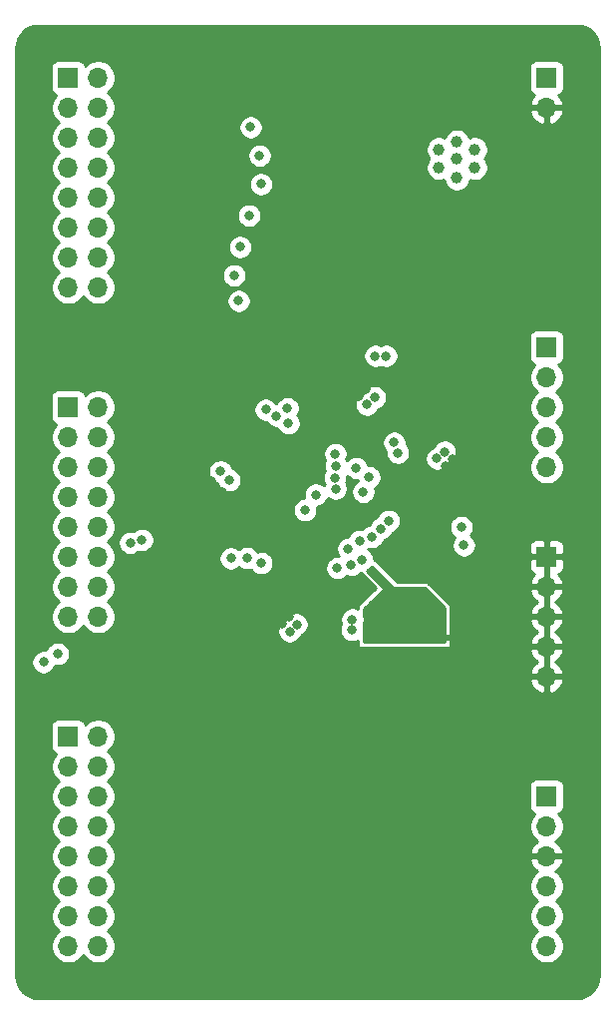
<source format=gbr>
G04 #@! TF.GenerationSoftware,KiCad,Pcbnew,5.1.6-c6e7f7d~86~ubuntu18.04.1*
G04 #@! TF.CreationDate,2020-05-31T10:23:47-04:00*
G04 #@! TF.ProjectId,f405_breakout,66343035-5f62-4726-9561-6b6f75742e6b,rev?*
G04 #@! TF.SameCoordinates,Original*
G04 #@! TF.FileFunction,Copper,L3,Inr*
G04 #@! TF.FilePolarity,Positive*
%FSLAX46Y46*%
G04 Gerber Fmt 4.6, Leading zero omitted, Abs format (unit mm)*
G04 Created by KiCad (PCBNEW 5.1.6-c6e7f7d~86~ubuntu18.04.1) date 2020-05-31 10:23:47*
%MOMM*%
%LPD*%
G01*
G04 APERTURE LIST*
G04 #@! TA.AperFunction,ViaPad*
%ADD10O,1.700000X1.700000*%
G04 #@! TD*
G04 #@! TA.AperFunction,ViaPad*
%ADD11R,1.700000X1.700000*%
G04 #@! TD*
G04 #@! TA.AperFunction,ViaPad*
%ADD12C,0.800000*%
G04 #@! TD*
G04 #@! TA.AperFunction,ViaPad*
%ADD13C,1.000000*%
G04 #@! TD*
G04 #@! TA.AperFunction,Conductor*
%ADD14C,0.500000*%
G04 #@! TD*
G04 #@! TA.AperFunction,Conductor*
%ADD15C,0.254000*%
G04 #@! TD*
G04 APERTURE END LIST*
D10*
X109220000Y-129540000D03*
X106680000Y-129540000D03*
X109220000Y-127000000D03*
X106680000Y-127000000D03*
X109220000Y-124460000D03*
X106680000Y-124460000D03*
X109220000Y-121920000D03*
X106680000Y-121920000D03*
X109220000Y-119380000D03*
X106680000Y-119380000D03*
X109220000Y-116840000D03*
X106680000Y-116840000D03*
X109220000Y-114300000D03*
X106680000Y-114300000D03*
X109220000Y-111760000D03*
D11*
X106680000Y-111760000D03*
D10*
X109220000Y-101600000D03*
X106680000Y-101600000D03*
X109220000Y-99060000D03*
X106680000Y-99060000D03*
X109220000Y-96520000D03*
X106680000Y-96520000D03*
X109220000Y-93980000D03*
X106680000Y-93980000D03*
X109220000Y-91440000D03*
X106680000Y-91440000D03*
X109220000Y-88900000D03*
X106680000Y-88900000D03*
X109220000Y-86360000D03*
X106680000Y-86360000D03*
X109220000Y-83820000D03*
D11*
X106680000Y-83820000D03*
D10*
X109220000Y-73660000D03*
X106680000Y-73660000D03*
X109220000Y-71120000D03*
X106680000Y-71120000D03*
X109220000Y-68580000D03*
X106680000Y-68580000D03*
X109220000Y-66040000D03*
X106680000Y-66040000D03*
X109220000Y-63500000D03*
X106680000Y-63500000D03*
X109220000Y-60960000D03*
X106680000Y-60960000D03*
X109220000Y-58420000D03*
X106680000Y-58420000D03*
X109220000Y-55880000D03*
D11*
X106680000Y-55880000D03*
D10*
X147320000Y-129540000D03*
X147320000Y-127000000D03*
X147320000Y-124460000D03*
X147320000Y-121920000D03*
X147320000Y-119380000D03*
D11*
X147320000Y-116840000D03*
D10*
X147320000Y-58420000D03*
D11*
X147320000Y-55880000D03*
D10*
X147320000Y-106680000D03*
X147320000Y-104140000D03*
X147320000Y-101600000D03*
X147320000Y-99060000D03*
D11*
X147320000Y-96520000D03*
D10*
X147320000Y-88900000D03*
X147320000Y-86360000D03*
X147320000Y-83820000D03*
X147320000Y-81280000D03*
D11*
X147320000Y-78740000D03*
D12*
X125501400Y-102844600D03*
X137998200Y-88188800D03*
X138658600Y-87604600D03*
X130810000Y-101828600D03*
X130784600Y-102717600D03*
X132054600Y-83616800D03*
X132715000Y-83007200D03*
X140284200Y-95554800D03*
X140081000Y-94005400D03*
X132765800Y-79476600D03*
X133680200Y-79476600D03*
D13*
X141224000Y-61976000D03*
X141224000Y-63500000D03*
X138176000Y-61976000D03*
X138176000Y-63500000D03*
X139700000Y-61341000D03*
X139700000Y-62738000D03*
X139700000Y-64389000D03*
D12*
X120357961Y-90020169D03*
X119621464Y-89274988D03*
X126085600Y-102260400D03*
X137795000Y-103378000D03*
X132537200Y-100634800D03*
X138760200Y-88849200D03*
X139369800Y-88239600D03*
X137287000Y-98094800D03*
X138176000Y-98475800D03*
X129311400Y-101777800D03*
X129311400Y-102717600D03*
X119964200Y-87782400D03*
X131343400Y-82905600D03*
X131953000Y-82296000D03*
X134493000Y-83134200D03*
X134696200Y-85039200D03*
X128574800Y-79451200D03*
X129692400Y-78079600D03*
D13*
X141986000Y-57658000D03*
X144018000Y-59690000D03*
X144018000Y-57658000D03*
X144018000Y-61468000D03*
X140208000Y-57658000D03*
X146050000Y-61468000D03*
X144018000Y-63246000D03*
X146050000Y-63246000D03*
X148082000Y-61468000D03*
X148082000Y-63246000D03*
X150114000Y-61468000D03*
X150114000Y-63246000D03*
X150114000Y-65024000D03*
X150114000Y-66802000D03*
X150114000Y-68580000D03*
X150114000Y-70358000D03*
X150114000Y-72390000D03*
D12*
X118846600Y-90068400D03*
X119786392Y-91008192D03*
X124815600Y-102209600D03*
X122555000Y-99923600D03*
X135128000Y-82499200D03*
X119278400Y-87223600D03*
D13*
X127000000Y-53340000D03*
X127000000Y-60960000D03*
X127000000Y-68580000D03*
X127000000Y-76200000D03*
X127000000Y-129540000D03*
X127000000Y-121920000D03*
X127000000Y-114300000D03*
X127000000Y-106680000D03*
X119380000Y-106680000D03*
X119380000Y-114300000D03*
X119380000Y-121920000D03*
X119380000Y-129540000D03*
X134620000Y-129540000D03*
X134620000Y-121920000D03*
X134620000Y-114300000D03*
X134620000Y-106680000D03*
X134620000Y-68580000D03*
X142240000Y-68580000D03*
X142240000Y-76200000D03*
X134620000Y-76200000D03*
X119380000Y-76200000D03*
X119380000Y-60960000D03*
X119380000Y-53340000D03*
X134620000Y-53340000D03*
X134620000Y-60960000D03*
X119380000Y-68580000D03*
X111760000Y-76200000D03*
X119380000Y-83820000D03*
X127000000Y-83820000D03*
X111760000Y-53340000D03*
X142240000Y-53340000D03*
X149860000Y-53340000D03*
X104140000Y-53340000D03*
X142240000Y-106680000D03*
X142240000Y-114300000D03*
X142240000Y-83820000D03*
X142240000Y-91440000D03*
X142240000Y-99060000D03*
D12*
X125406730Y-101613564D03*
X130479800Y-95834199D03*
X122174000Y-60071000D03*
X122936000Y-62484000D03*
X123063000Y-64897000D03*
X122047000Y-67564000D03*
X121285000Y-70231000D03*
X120777000Y-72644000D03*
X121158000Y-74803000D03*
X127717601Y-91243201D03*
X126810590Y-92573148D03*
X129424975Y-88813347D03*
X129379210Y-87802060D03*
X129347156Y-89813248D03*
X129399647Y-90738773D03*
X111942058Y-95339021D03*
X112937711Y-95088289D03*
X131144822Y-88993728D03*
X132253386Y-89772211D03*
X131749800Y-91008200D03*
X131419600Y-95161421D03*
X132486400Y-94818200D03*
X133248400Y-94132400D03*
X133903889Y-93476911D03*
X134689296Y-87699296D03*
X134361999Y-86831996D03*
X125306590Y-83921600D03*
X125382790Y-85199984D03*
X124383800Y-84556600D03*
X104584821Y-105460800D03*
X105791000Y-104749600D03*
X123458846Y-84030815D03*
X120493759Y-96643159D03*
X121862468Y-96620650D03*
X123088400Y-97061806D03*
X129540000Y-97485200D03*
X130733800Y-97231200D03*
X131622800Y-96748600D03*
D14*
X137795000Y-103378000D02*
X139344400Y-103378000D01*
D15*
G36*
X134276730Y-99150332D02*
G01*
X134296069Y-99166012D01*
X134318094Y-99177618D01*
X134341961Y-99184704D01*
X134366000Y-99187000D01*
X136980394Y-99187000D01*
X138684000Y-100890606D01*
X138684000Y-103759000D01*
X131826000Y-103759000D01*
X131826000Y-102026059D01*
X131845000Y-101930539D01*
X131845000Y-101726661D01*
X131826000Y-101631141D01*
X131826000Y-100892945D01*
X133462354Y-99355764D01*
X133478741Y-99337021D01*
X133491157Y-99315442D01*
X133499125Y-99291855D01*
X133502338Y-99267167D01*
X133500673Y-99242326D01*
X133494193Y-99218288D01*
X133483149Y-99195975D01*
X133465846Y-99174046D01*
X132017973Y-97705190D01*
X132113056Y-97665805D01*
X132282574Y-97552537D01*
X132426737Y-97408374D01*
X132461456Y-97356414D01*
X134276730Y-99150332D01*
G37*
X134276730Y-99150332D02*
X134296069Y-99166012D01*
X134318094Y-99177618D01*
X134341961Y-99184704D01*
X134366000Y-99187000D01*
X136980394Y-99187000D01*
X138684000Y-100890606D01*
X138684000Y-103759000D01*
X131826000Y-103759000D01*
X131826000Y-102026059D01*
X131845000Y-101930539D01*
X131845000Y-101726661D01*
X131826000Y-101631141D01*
X131826000Y-100892945D01*
X133462354Y-99355764D01*
X133478741Y-99337021D01*
X133491157Y-99315442D01*
X133499125Y-99291855D01*
X133502338Y-99267167D01*
X133500673Y-99242326D01*
X133494193Y-99218288D01*
X133483149Y-99195975D01*
X133465846Y-99174046D01*
X132017973Y-97705190D01*
X132113056Y-97665805D01*
X132282574Y-97552537D01*
X132426737Y-97408374D01*
X132461456Y-97356414D01*
X134276730Y-99150332D01*
G36*
X150224545Y-51498909D02*
G01*
X150575208Y-51604780D01*
X150898625Y-51776744D01*
X151182484Y-52008254D01*
X151415965Y-52290486D01*
X151590183Y-52612695D01*
X151698502Y-52962614D01*
X151740001Y-53357452D01*
X151740000Y-132047721D01*
X151701091Y-132444545D01*
X151595220Y-132795206D01*
X151423257Y-133118623D01*
X151191748Y-133402482D01*
X150909514Y-133635965D01*
X150587304Y-133810184D01*
X150237385Y-133918502D01*
X149842557Y-133960000D01*
X104172279Y-133960000D01*
X103775455Y-133921091D01*
X103424794Y-133815220D01*
X103101377Y-133643257D01*
X102817518Y-133411748D01*
X102584035Y-133129514D01*
X102409816Y-132807304D01*
X102301498Y-132457385D01*
X102260000Y-132062557D01*
X102260000Y-110910000D01*
X105191928Y-110910000D01*
X105191928Y-112610000D01*
X105204188Y-112734482D01*
X105240498Y-112854180D01*
X105299463Y-112964494D01*
X105378815Y-113061185D01*
X105475506Y-113140537D01*
X105585820Y-113199502D01*
X105658380Y-113221513D01*
X105526525Y-113353368D01*
X105364010Y-113596589D01*
X105252068Y-113866842D01*
X105195000Y-114153740D01*
X105195000Y-114446260D01*
X105252068Y-114733158D01*
X105364010Y-115003411D01*
X105526525Y-115246632D01*
X105733368Y-115453475D01*
X105907760Y-115570000D01*
X105733368Y-115686525D01*
X105526525Y-115893368D01*
X105364010Y-116136589D01*
X105252068Y-116406842D01*
X105195000Y-116693740D01*
X105195000Y-116986260D01*
X105252068Y-117273158D01*
X105364010Y-117543411D01*
X105526525Y-117786632D01*
X105733368Y-117993475D01*
X105907760Y-118110000D01*
X105733368Y-118226525D01*
X105526525Y-118433368D01*
X105364010Y-118676589D01*
X105252068Y-118946842D01*
X105195000Y-119233740D01*
X105195000Y-119526260D01*
X105252068Y-119813158D01*
X105364010Y-120083411D01*
X105526525Y-120326632D01*
X105733368Y-120533475D01*
X105907760Y-120650000D01*
X105733368Y-120766525D01*
X105526525Y-120973368D01*
X105364010Y-121216589D01*
X105252068Y-121486842D01*
X105195000Y-121773740D01*
X105195000Y-122066260D01*
X105252068Y-122353158D01*
X105364010Y-122623411D01*
X105526525Y-122866632D01*
X105733368Y-123073475D01*
X105907760Y-123190000D01*
X105733368Y-123306525D01*
X105526525Y-123513368D01*
X105364010Y-123756589D01*
X105252068Y-124026842D01*
X105195000Y-124313740D01*
X105195000Y-124606260D01*
X105252068Y-124893158D01*
X105364010Y-125163411D01*
X105526525Y-125406632D01*
X105733368Y-125613475D01*
X105907760Y-125730000D01*
X105733368Y-125846525D01*
X105526525Y-126053368D01*
X105364010Y-126296589D01*
X105252068Y-126566842D01*
X105195000Y-126853740D01*
X105195000Y-127146260D01*
X105252068Y-127433158D01*
X105364010Y-127703411D01*
X105526525Y-127946632D01*
X105733368Y-128153475D01*
X105907760Y-128270000D01*
X105733368Y-128386525D01*
X105526525Y-128593368D01*
X105364010Y-128836589D01*
X105252068Y-129106842D01*
X105195000Y-129393740D01*
X105195000Y-129686260D01*
X105252068Y-129973158D01*
X105364010Y-130243411D01*
X105526525Y-130486632D01*
X105733368Y-130693475D01*
X105976589Y-130855990D01*
X106246842Y-130967932D01*
X106533740Y-131025000D01*
X106826260Y-131025000D01*
X107113158Y-130967932D01*
X107383411Y-130855990D01*
X107626632Y-130693475D01*
X107833475Y-130486632D01*
X107950000Y-130312240D01*
X108066525Y-130486632D01*
X108273368Y-130693475D01*
X108516589Y-130855990D01*
X108786842Y-130967932D01*
X109073740Y-131025000D01*
X109366260Y-131025000D01*
X109653158Y-130967932D01*
X109923411Y-130855990D01*
X110166632Y-130693475D01*
X110373475Y-130486632D01*
X110535990Y-130243411D01*
X110647932Y-129973158D01*
X110705000Y-129686260D01*
X110705000Y-129393740D01*
X110647932Y-129106842D01*
X110535990Y-128836589D01*
X110373475Y-128593368D01*
X110166632Y-128386525D01*
X109992240Y-128270000D01*
X110166632Y-128153475D01*
X110373475Y-127946632D01*
X110535990Y-127703411D01*
X110647932Y-127433158D01*
X110705000Y-127146260D01*
X110705000Y-126853740D01*
X110647932Y-126566842D01*
X110535990Y-126296589D01*
X110373475Y-126053368D01*
X110166632Y-125846525D01*
X109992240Y-125730000D01*
X110166632Y-125613475D01*
X110373475Y-125406632D01*
X110535990Y-125163411D01*
X110647932Y-124893158D01*
X110705000Y-124606260D01*
X110705000Y-124313740D01*
X145835000Y-124313740D01*
X145835000Y-124606260D01*
X145892068Y-124893158D01*
X146004010Y-125163411D01*
X146166525Y-125406632D01*
X146373368Y-125613475D01*
X146547760Y-125730000D01*
X146373368Y-125846525D01*
X146166525Y-126053368D01*
X146004010Y-126296589D01*
X145892068Y-126566842D01*
X145835000Y-126853740D01*
X145835000Y-127146260D01*
X145892068Y-127433158D01*
X146004010Y-127703411D01*
X146166525Y-127946632D01*
X146373368Y-128153475D01*
X146547760Y-128270000D01*
X146373368Y-128386525D01*
X146166525Y-128593368D01*
X146004010Y-128836589D01*
X145892068Y-129106842D01*
X145835000Y-129393740D01*
X145835000Y-129686260D01*
X145892068Y-129973158D01*
X146004010Y-130243411D01*
X146166525Y-130486632D01*
X146373368Y-130693475D01*
X146616589Y-130855990D01*
X146886842Y-130967932D01*
X147173740Y-131025000D01*
X147466260Y-131025000D01*
X147753158Y-130967932D01*
X148023411Y-130855990D01*
X148266632Y-130693475D01*
X148473475Y-130486632D01*
X148635990Y-130243411D01*
X148747932Y-129973158D01*
X148805000Y-129686260D01*
X148805000Y-129393740D01*
X148747932Y-129106842D01*
X148635990Y-128836589D01*
X148473475Y-128593368D01*
X148266632Y-128386525D01*
X148092240Y-128270000D01*
X148266632Y-128153475D01*
X148473475Y-127946632D01*
X148635990Y-127703411D01*
X148747932Y-127433158D01*
X148805000Y-127146260D01*
X148805000Y-126853740D01*
X148747932Y-126566842D01*
X148635990Y-126296589D01*
X148473475Y-126053368D01*
X148266632Y-125846525D01*
X148092240Y-125730000D01*
X148266632Y-125613475D01*
X148473475Y-125406632D01*
X148635990Y-125163411D01*
X148747932Y-124893158D01*
X148805000Y-124606260D01*
X148805000Y-124313740D01*
X148747932Y-124026842D01*
X148635990Y-123756589D01*
X148473475Y-123513368D01*
X148266632Y-123306525D01*
X148084466Y-123184805D01*
X148201355Y-123115178D01*
X148417588Y-122920269D01*
X148591641Y-122686920D01*
X148716825Y-122424099D01*
X148761476Y-122276890D01*
X148640155Y-122047000D01*
X147447000Y-122047000D01*
X147447000Y-122067000D01*
X147193000Y-122067000D01*
X147193000Y-122047000D01*
X145999845Y-122047000D01*
X145878524Y-122276890D01*
X145923175Y-122424099D01*
X146048359Y-122686920D01*
X146222412Y-122920269D01*
X146438645Y-123115178D01*
X146555534Y-123184805D01*
X146373368Y-123306525D01*
X146166525Y-123513368D01*
X146004010Y-123756589D01*
X145892068Y-124026842D01*
X145835000Y-124313740D01*
X110705000Y-124313740D01*
X110647932Y-124026842D01*
X110535990Y-123756589D01*
X110373475Y-123513368D01*
X110166632Y-123306525D01*
X109992240Y-123190000D01*
X110166632Y-123073475D01*
X110373475Y-122866632D01*
X110535990Y-122623411D01*
X110647932Y-122353158D01*
X110705000Y-122066260D01*
X110705000Y-121773740D01*
X110647932Y-121486842D01*
X110535990Y-121216589D01*
X110373475Y-120973368D01*
X110166632Y-120766525D01*
X109992240Y-120650000D01*
X110166632Y-120533475D01*
X110373475Y-120326632D01*
X110535990Y-120083411D01*
X110647932Y-119813158D01*
X110705000Y-119526260D01*
X110705000Y-119233740D01*
X110647932Y-118946842D01*
X110535990Y-118676589D01*
X110373475Y-118433368D01*
X110166632Y-118226525D01*
X109992240Y-118110000D01*
X110166632Y-117993475D01*
X110373475Y-117786632D01*
X110535990Y-117543411D01*
X110647932Y-117273158D01*
X110705000Y-116986260D01*
X110705000Y-116693740D01*
X110647932Y-116406842D01*
X110535990Y-116136589D01*
X110438043Y-115990000D01*
X145831928Y-115990000D01*
X145831928Y-117690000D01*
X145844188Y-117814482D01*
X145880498Y-117934180D01*
X145939463Y-118044494D01*
X146018815Y-118141185D01*
X146115506Y-118220537D01*
X146225820Y-118279502D01*
X146298380Y-118301513D01*
X146166525Y-118433368D01*
X146004010Y-118676589D01*
X145892068Y-118946842D01*
X145835000Y-119233740D01*
X145835000Y-119526260D01*
X145892068Y-119813158D01*
X146004010Y-120083411D01*
X146166525Y-120326632D01*
X146373368Y-120533475D01*
X146555534Y-120655195D01*
X146438645Y-120724822D01*
X146222412Y-120919731D01*
X146048359Y-121153080D01*
X145923175Y-121415901D01*
X145878524Y-121563110D01*
X145999845Y-121793000D01*
X147193000Y-121793000D01*
X147193000Y-121773000D01*
X147447000Y-121773000D01*
X147447000Y-121793000D01*
X148640155Y-121793000D01*
X148761476Y-121563110D01*
X148716825Y-121415901D01*
X148591641Y-121153080D01*
X148417588Y-120919731D01*
X148201355Y-120724822D01*
X148084466Y-120655195D01*
X148266632Y-120533475D01*
X148473475Y-120326632D01*
X148635990Y-120083411D01*
X148747932Y-119813158D01*
X148805000Y-119526260D01*
X148805000Y-119233740D01*
X148747932Y-118946842D01*
X148635990Y-118676589D01*
X148473475Y-118433368D01*
X148341620Y-118301513D01*
X148414180Y-118279502D01*
X148524494Y-118220537D01*
X148621185Y-118141185D01*
X148700537Y-118044494D01*
X148759502Y-117934180D01*
X148795812Y-117814482D01*
X148808072Y-117690000D01*
X148808072Y-115990000D01*
X148795812Y-115865518D01*
X148759502Y-115745820D01*
X148700537Y-115635506D01*
X148621185Y-115538815D01*
X148524494Y-115459463D01*
X148414180Y-115400498D01*
X148294482Y-115364188D01*
X148170000Y-115351928D01*
X146470000Y-115351928D01*
X146345518Y-115364188D01*
X146225820Y-115400498D01*
X146115506Y-115459463D01*
X146018815Y-115538815D01*
X145939463Y-115635506D01*
X145880498Y-115745820D01*
X145844188Y-115865518D01*
X145831928Y-115990000D01*
X110438043Y-115990000D01*
X110373475Y-115893368D01*
X110166632Y-115686525D01*
X109992240Y-115570000D01*
X110166632Y-115453475D01*
X110373475Y-115246632D01*
X110535990Y-115003411D01*
X110647932Y-114733158D01*
X110705000Y-114446260D01*
X110705000Y-114153740D01*
X110647932Y-113866842D01*
X110535990Y-113596589D01*
X110373475Y-113353368D01*
X110166632Y-113146525D01*
X109992240Y-113030000D01*
X110166632Y-112913475D01*
X110373475Y-112706632D01*
X110535990Y-112463411D01*
X110647932Y-112193158D01*
X110705000Y-111906260D01*
X110705000Y-111613740D01*
X110647932Y-111326842D01*
X110535990Y-111056589D01*
X110373475Y-110813368D01*
X110166632Y-110606525D01*
X109923411Y-110444010D01*
X109653158Y-110332068D01*
X109366260Y-110275000D01*
X109073740Y-110275000D01*
X108786842Y-110332068D01*
X108516589Y-110444010D01*
X108273368Y-110606525D01*
X108141513Y-110738380D01*
X108119502Y-110665820D01*
X108060537Y-110555506D01*
X107981185Y-110458815D01*
X107884494Y-110379463D01*
X107774180Y-110320498D01*
X107654482Y-110284188D01*
X107530000Y-110271928D01*
X105830000Y-110271928D01*
X105705518Y-110284188D01*
X105585820Y-110320498D01*
X105475506Y-110379463D01*
X105378815Y-110458815D01*
X105299463Y-110555506D01*
X105240498Y-110665820D01*
X105204188Y-110785518D01*
X105191928Y-110910000D01*
X102260000Y-110910000D01*
X102260000Y-107036890D01*
X145878524Y-107036890D01*
X145923175Y-107184099D01*
X146048359Y-107446920D01*
X146222412Y-107680269D01*
X146438645Y-107875178D01*
X146688748Y-108024157D01*
X146963109Y-108121481D01*
X147193000Y-108000814D01*
X147193000Y-106807000D01*
X147447000Y-106807000D01*
X147447000Y-108000814D01*
X147676891Y-108121481D01*
X147951252Y-108024157D01*
X148201355Y-107875178D01*
X148417588Y-107680269D01*
X148591641Y-107446920D01*
X148716825Y-107184099D01*
X148761476Y-107036890D01*
X148640155Y-106807000D01*
X147447000Y-106807000D01*
X147193000Y-106807000D01*
X145999845Y-106807000D01*
X145878524Y-107036890D01*
X102260000Y-107036890D01*
X102260000Y-105358861D01*
X103549821Y-105358861D01*
X103549821Y-105562739D01*
X103589595Y-105762698D01*
X103667616Y-105951056D01*
X103780884Y-106120574D01*
X103925047Y-106264737D01*
X104094565Y-106378005D01*
X104282923Y-106456026D01*
X104482882Y-106495800D01*
X104686760Y-106495800D01*
X104886719Y-106456026D01*
X105075077Y-106378005D01*
X105244595Y-106264737D01*
X105388758Y-106120574D01*
X105502026Y-105951056D01*
X105579964Y-105762899D01*
X105689061Y-105784600D01*
X105892939Y-105784600D01*
X106092898Y-105744826D01*
X106281256Y-105666805D01*
X106450774Y-105553537D01*
X106594937Y-105409374D01*
X106708205Y-105239856D01*
X106786226Y-105051498D01*
X106826000Y-104851539D01*
X106826000Y-104647661D01*
X106796011Y-104496890D01*
X145878524Y-104496890D01*
X145923175Y-104644099D01*
X146048359Y-104906920D01*
X146222412Y-105140269D01*
X146438645Y-105335178D01*
X146564255Y-105410000D01*
X146438645Y-105484822D01*
X146222412Y-105679731D01*
X146048359Y-105913080D01*
X145923175Y-106175901D01*
X145878524Y-106323110D01*
X145999845Y-106553000D01*
X147193000Y-106553000D01*
X147193000Y-104267000D01*
X147447000Y-104267000D01*
X147447000Y-106553000D01*
X148640155Y-106553000D01*
X148761476Y-106323110D01*
X148716825Y-106175901D01*
X148591641Y-105913080D01*
X148417588Y-105679731D01*
X148201355Y-105484822D01*
X148075745Y-105410000D01*
X148201355Y-105335178D01*
X148417588Y-105140269D01*
X148591641Y-104906920D01*
X148716825Y-104644099D01*
X148761476Y-104496890D01*
X148640155Y-104267000D01*
X147447000Y-104267000D01*
X147193000Y-104267000D01*
X145999845Y-104267000D01*
X145878524Y-104496890D01*
X106796011Y-104496890D01*
X106786226Y-104447702D01*
X106708205Y-104259344D01*
X106594937Y-104089826D01*
X106450774Y-103945663D01*
X106281256Y-103832395D01*
X106092898Y-103754374D01*
X105892939Y-103714600D01*
X105689061Y-103714600D01*
X105489102Y-103754374D01*
X105300744Y-103832395D01*
X105131226Y-103945663D01*
X104987063Y-104089826D01*
X104873795Y-104259344D01*
X104795857Y-104447501D01*
X104686760Y-104425800D01*
X104482882Y-104425800D01*
X104282923Y-104465574D01*
X104094565Y-104543595D01*
X103925047Y-104656863D01*
X103780884Y-104801026D01*
X103667616Y-104970544D01*
X103589595Y-105158902D01*
X103549821Y-105358861D01*
X102260000Y-105358861D01*
X102260000Y-82970000D01*
X105191928Y-82970000D01*
X105191928Y-84670000D01*
X105204188Y-84794482D01*
X105240498Y-84914180D01*
X105299463Y-85024494D01*
X105378815Y-85121185D01*
X105475506Y-85200537D01*
X105585820Y-85259502D01*
X105658380Y-85281513D01*
X105526525Y-85413368D01*
X105364010Y-85656589D01*
X105252068Y-85926842D01*
X105195000Y-86213740D01*
X105195000Y-86506260D01*
X105252068Y-86793158D01*
X105364010Y-87063411D01*
X105526525Y-87306632D01*
X105733368Y-87513475D01*
X105907760Y-87630000D01*
X105733368Y-87746525D01*
X105526525Y-87953368D01*
X105364010Y-88196589D01*
X105252068Y-88466842D01*
X105195000Y-88753740D01*
X105195000Y-89046260D01*
X105252068Y-89333158D01*
X105364010Y-89603411D01*
X105526525Y-89846632D01*
X105733368Y-90053475D01*
X105907760Y-90170000D01*
X105733368Y-90286525D01*
X105526525Y-90493368D01*
X105364010Y-90736589D01*
X105252068Y-91006842D01*
X105195000Y-91293740D01*
X105195000Y-91586260D01*
X105252068Y-91873158D01*
X105364010Y-92143411D01*
X105526525Y-92386632D01*
X105733368Y-92593475D01*
X105907760Y-92710000D01*
X105733368Y-92826525D01*
X105526525Y-93033368D01*
X105364010Y-93276589D01*
X105252068Y-93546842D01*
X105195000Y-93833740D01*
X105195000Y-94126260D01*
X105252068Y-94413158D01*
X105364010Y-94683411D01*
X105526525Y-94926632D01*
X105733368Y-95133475D01*
X105907760Y-95250000D01*
X105733368Y-95366525D01*
X105526525Y-95573368D01*
X105364010Y-95816589D01*
X105252068Y-96086842D01*
X105195000Y-96373740D01*
X105195000Y-96666260D01*
X105252068Y-96953158D01*
X105364010Y-97223411D01*
X105526525Y-97466632D01*
X105733368Y-97673475D01*
X105907760Y-97790000D01*
X105733368Y-97906525D01*
X105526525Y-98113368D01*
X105364010Y-98356589D01*
X105252068Y-98626842D01*
X105195000Y-98913740D01*
X105195000Y-99206260D01*
X105252068Y-99493158D01*
X105364010Y-99763411D01*
X105526525Y-100006632D01*
X105733368Y-100213475D01*
X105907760Y-100330000D01*
X105733368Y-100446525D01*
X105526525Y-100653368D01*
X105364010Y-100896589D01*
X105252068Y-101166842D01*
X105195000Y-101453740D01*
X105195000Y-101746260D01*
X105252068Y-102033158D01*
X105364010Y-102303411D01*
X105526525Y-102546632D01*
X105733368Y-102753475D01*
X105976589Y-102915990D01*
X106246842Y-103027932D01*
X106533740Y-103085000D01*
X106826260Y-103085000D01*
X107113158Y-103027932D01*
X107383411Y-102915990D01*
X107626632Y-102753475D01*
X107833475Y-102546632D01*
X107950000Y-102372240D01*
X108066525Y-102546632D01*
X108273368Y-102753475D01*
X108516589Y-102915990D01*
X108786842Y-103027932D01*
X109073740Y-103085000D01*
X109366260Y-103085000D01*
X109653158Y-103027932D01*
X109923411Y-102915990D01*
X110166632Y-102753475D01*
X110177446Y-102742661D01*
X124466400Y-102742661D01*
X124466400Y-102946539D01*
X124506174Y-103146498D01*
X124584195Y-103334856D01*
X124697463Y-103504374D01*
X124841626Y-103648537D01*
X125011144Y-103761805D01*
X125199502Y-103839826D01*
X125399461Y-103879600D01*
X125603339Y-103879600D01*
X125803298Y-103839826D01*
X125991656Y-103761805D01*
X126161174Y-103648537D01*
X126305337Y-103504374D01*
X126418605Y-103334856D01*
X126464663Y-103223663D01*
X126575856Y-103177605D01*
X126745374Y-103064337D01*
X126889537Y-102920174D01*
X127002805Y-102750656D01*
X127080826Y-102562298D01*
X127120600Y-102362339D01*
X127120600Y-102158461D01*
X127080826Y-101958502D01*
X127002805Y-101770144D01*
X126889537Y-101600626D01*
X126745374Y-101456463D01*
X126575856Y-101343195D01*
X126387498Y-101265174D01*
X126187539Y-101225400D01*
X125983661Y-101225400D01*
X125783702Y-101265174D01*
X125595344Y-101343195D01*
X125425826Y-101456463D01*
X125281663Y-101600626D01*
X125168395Y-101770144D01*
X125122337Y-101881337D01*
X125011144Y-101927395D01*
X124841626Y-102040663D01*
X124697463Y-102184826D01*
X124584195Y-102354344D01*
X124506174Y-102542702D01*
X124466400Y-102742661D01*
X110177446Y-102742661D01*
X110373475Y-102546632D01*
X110535990Y-102303411D01*
X110647932Y-102033158D01*
X110705000Y-101746260D01*
X110705000Y-101453740D01*
X110647932Y-101166842D01*
X110535990Y-100896589D01*
X110373475Y-100653368D01*
X110166632Y-100446525D01*
X109992240Y-100330000D01*
X110166632Y-100213475D01*
X110373475Y-100006632D01*
X110535990Y-99763411D01*
X110647932Y-99493158D01*
X110705000Y-99206260D01*
X110705000Y-98913740D01*
X110647932Y-98626842D01*
X110535990Y-98356589D01*
X110373475Y-98113368D01*
X110166632Y-97906525D01*
X109992240Y-97790000D01*
X110166632Y-97673475D01*
X110373475Y-97466632D01*
X110535990Y-97223411D01*
X110647932Y-96953158D01*
X110705000Y-96666260D01*
X110705000Y-96541220D01*
X119458759Y-96541220D01*
X119458759Y-96745098D01*
X119498533Y-96945057D01*
X119576554Y-97133415D01*
X119689822Y-97302933D01*
X119833985Y-97447096D01*
X120003503Y-97560364D01*
X120191861Y-97638385D01*
X120391820Y-97678159D01*
X120595698Y-97678159D01*
X120795657Y-97638385D01*
X120984015Y-97560364D01*
X121153533Y-97447096D01*
X121189368Y-97411261D01*
X121202694Y-97424587D01*
X121372212Y-97537855D01*
X121560570Y-97615876D01*
X121760529Y-97655650D01*
X121964407Y-97655650D01*
X122164366Y-97615876D01*
X122203111Y-97599827D01*
X122284463Y-97721580D01*
X122428626Y-97865743D01*
X122598144Y-97979011D01*
X122786502Y-98057032D01*
X122986461Y-98096806D01*
X123190339Y-98096806D01*
X123390298Y-98057032D01*
X123578656Y-97979011D01*
X123748174Y-97865743D01*
X123892337Y-97721580D01*
X124005605Y-97552062D01*
X124075525Y-97383261D01*
X128505000Y-97383261D01*
X128505000Y-97587139D01*
X128544774Y-97787098D01*
X128622795Y-97975456D01*
X128736063Y-98144974D01*
X128880226Y-98289137D01*
X129049744Y-98402405D01*
X129238102Y-98480426D01*
X129438061Y-98520200D01*
X129641939Y-98520200D01*
X129841898Y-98480426D01*
X130030256Y-98402405D01*
X130199774Y-98289137D01*
X130312106Y-98176805D01*
X130431902Y-98226426D01*
X130631861Y-98266200D01*
X130835739Y-98266200D01*
X131035698Y-98226426D01*
X131224056Y-98148405D01*
X131393574Y-98035137D01*
X131515553Y-97913159D01*
X132785405Y-99183011D01*
X131359183Y-100490381D01*
X131342568Y-100508922D01*
X131329889Y-100530348D01*
X131321634Y-100553836D01*
X131318000Y-100584000D01*
X131318000Y-100923251D01*
X131300256Y-100911395D01*
X131111898Y-100833374D01*
X130911939Y-100793600D01*
X130708061Y-100793600D01*
X130508102Y-100833374D01*
X130319744Y-100911395D01*
X130150226Y-101024663D01*
X130006063Y-101168826D01*
X129892795Y-101338344D01*
X129814774Y-101526702D01*
X129775000Y-101726661D01*
X129775000Y-101930539D01*
X129814774Y-102130498D01*
X129861142Y-102242440D01*
X129789374Y-102415702D01*
X129749600Y-102615661D01*
X129749600Y-102819539D01*
X129789374Y-103019498D01*
X129867395Y-103207856D01*
X129980663Y-103377374D01*
X130124826Y-103521537D01*
X130294344Y-103634805D01*
X130482702Y-103712826D01*
X130682661Y-103752600D01*
X130886539Y-103752600D01*
X131086498Y-103712826D01*
X131274856Y-103634805D01*
X131318000Y-103605977D01*
X131318000Y-104140000D01*
X131320440Y-104164776D01*
X131327667Y-104188601D01*
X131339403Y-104210557D01*
X131355197Y-104229803D01*
X131374443Y-104245597D01*
X131396399Y-104257333D01*
X131420224Y-104264560D01*
X131445000Y-104267000D01*
X139065000Y-104267000D01*
X139089776Y-104264560D01*
X139113601Y-104257333D01*
X139135557Y-104245597D01*
X139154803Y-104229803D01*
X139170597Y-104210557D01*
X139182333Y-104188601D01*
X139189560Y-104164776D01*
X139192000Y-104140000D01*
X139192000Y-101956890D01*
X145878524Y-101956890D01*
X145923175Y-102104099D01*
X146048359Y-102366920D01*
X146222412Y-102600269D01*
X146438645Y-102795178D01*
X146564255Y-102870000D01*
X146438645Y-102944822D01*
X146222412Y-103139731D01*
X146048359Y-103373080D01*
X145923175Y-103635901D01*
X145878524Y-103783110D01*
X145999845Y-104013000D01*
X147193000Y-104013000D01*
X147193000Y-101727000D01*
X147447000Y-101727000D01*
X147447000Y-104013000D01*
X148640155Y-104013000D01*
X148761476Y-103783110D01*
X148716825Y-103635901D01*
X148591641Y-103373080D01*
X148417588Y-103139731D01*
X148201355Y-102944822D01*
X148075745Y-102870000D01*
X148201355Y-102795178D01*
X148417588Y-102600269D01*
X148591641Y-102366920D01*
X148716825Y-102104099D01*
X148761476Y-101956890D01*
X148640155Y-101727000D01*
X147447000Y-101727000D01*
X147193000Y-101727000D01*
X145999845Y-101727000D01*
X145878524Y-101956890D01*
X139192000Y-101956890D01*
X139192000Y-100711000D01*
X139189560Y-100686224D01*
X139182333Y-100662399D01*
X139170597Y-100640443D01*
X139154803Y-100621197D01*
X137950496Y-99416890D01*
X145878524Y-99416890D01*
X145923175Y-99564099D01*
X146048359Y-99826920D01*
X146222412Y-100060269D01*
X146438645Y-100255178D01*
X146564255Y-100330000D01*
X146438645Y-100404822D01*
X146222412Y-100599731D01*
X146048359Y-100833080D01*
X145923175Y-101095901D01*
X145878524Y-101243110D01*
X145999845Y-101473000D01*
X147193000Y-101473000D01*
X147193000Y-99187000D01*
X147447000Y-99187000D01*
X147447000Y-101473000D01*
X148640155Y-101473000D01*
X148761476Y-101243110D01*
X148716825Y-101095901D01*
X148591641Y-100833080D01*
X148417588Y-100599731D01*
X148201355Y-100404822D01*
X148075745Y-100330000D01*
X148201355Y-100255178D01*
X148417588Y-100060269D01*
X148591641Y-99826920D01*
X148716825Y-99564099D01*
X148761476Y-99416890D01*
X148640155Y-99187000D01*
X147447000Y-99187000D01*
X147193000Y-99187000D01*
X145999845Y-99187000D01*
X145878524Y-99416890D01*
X137950496Y-99416890D01*
X137249803Y-98716197D01*
X137230557Y-98700403D01*
X137208601Y-98688667D01*
X137184776Y-98681440D01*
X137160000Y-98679000D01*
X134672606Y-98679000D01*
X133363606Y-97370000D01*
X145831928Y-97370000D01*
X145844188Y-97494482D01*
X145880498Y-97614180D01*
X145939463Y-97724494D01*
X146018815Y-97821185D01*
X146115506Y-97900537D01*
X146225820Y-97959502D01*
X146306466Y-97983966D01*
X146222412Y-98059731D01*
X146048359Y-98293080D01*
X145923175Y-98555901D01*
X145878524Y-98703110D01*
X145999845Y-98933000D01*
X147193000Y-98933000D01*
X147193000Y-96647000D01*
X147447000Y-96647000D01*
X147447000Y-98933000D01*
X148640155Y-98933000D01*
X148761476Y-98703110D01*
X148716825Y-98555901D01*
X148591641Y-98293080D01*
X148417588Y-98059731D01*
X148333534Y-97983966D01*
X148414180Y-97959502D01*
X148524494Y-97900537D01*
X148621185Y-97821185D01*
X148700537Y-97724494D01*
X148759502Y-97614180D01*
X148795812Y-97494482D01*
X148808072Y-97370000D01*
X148805000Y-96805750D01*
X148646250Y-96647000D01*
X147447000Y-96647000D01*
X147193000Y-96647000D01*
X145993750Y-96647000D01*
X145835000Y-96805750D01*
X145831928Y-97370000D01*
X133363606Y-97370000D01*
X132657800Y-96664194D01*
X132657800Y-96646661D01*
X132618026Y-96446702D01*
X132540005Y-96258344D01*
X132426737Y-96088826D01*
X132282574Y-95944663D01*
X132173170Y-95871562D01*
X132223537Y-95821195D01*
X132223540Y-95821191D01*
X132384461Y-95853200D01*
X132588339Y-95853200D01*
X132788298Y-95813426D01*
X132976656Y-95735405D01*
X133146174Y-95622137D01*
X133290337Y-95477974D01*
X133403605Y-95308456D01*
X133472062Y-95143188D01*
X133550298Y-95127626D01*
X133738656Y-95049605D01*
X133908174Y-94936337D01*
X134052337Y-94792174D01*
X134165605Y-94622656D01*
X134232543Y-94461054D01*
X134394145Y-94394116D01*
X134563663Y-94280848D01*
X134707826Y-94136685D01*
X134821094Y-93967167D01*
X134847482Y-93903461D01*
X139046000Y-93903461D01*
X139046000Y-94107339D01*
X139085774Y-94307298D01*
X139163795Y-94495656D01*
X139277063Y-94665174D01*
X139421226Y-94809337D01*
X139507983Y-94867306D01*
X139480263Y-94895026D01*
X139366995Y-95064544D01*
X139288974Y-95252902D01*
X139249200Y-95452861D01*
X139249200Y-95656739D01*
X139288974Y-95856698D01*
X139366995Y-96045056D01*
X139480263Y-96214574D01*
X139624426Y-96358737D01*
X139793944Y-96472005D01*
X139982302Y-96550026D01*
X140182261Y-96589800D01*
X140386139Y-96589800D01*
X140586098Y-96550026D01*
X140774456Y-96472005D01*
X140943974Y-96358737D01*
X141088137Y-96214574D01*
X141201405Y-96045056D01*
X141279426Y-95856698D01*
X141316562Y-95670000D01*
X145831928Y-95670000D01*
X145835000Y-96234250D01*
X145993750Y-96393000D01*
X147193000Y-96393000D01*
X147193000Y-95193750D01*
X147447000Y-95193750D01*
X147447000Y-96393000D01*
X148646250Y-96393000D01*
X148805000Y-96234250D01*
X148808072Y-95670000D01*
X148795812Y-95545518D01*
X148759502Y-95425820D01*
X148700537Y-95315506D01*
X148621185Y-95218815D01*
X148524494Y-95139463D01*
X148414180Y-95080498D01*
X148294482Y-95044188D01*
X148170000Y-95031928D01*
X147605750Y-95035000D01*
X147447000Y-95193750D01*
X147193000Y-95193750D01*
X147034250Y-95035000D01*
X146470000Y-95031928D01*
X146345518Y-95044188D01*
X146225820Y-95080498D01*
X146115506Y-95139463D01*
X146018815Y-95218815D01*
X145939463Y-95315506D01*
X145880498Y-95425820D01*
X145844188Y-95545518D01*
X145831928Y-95670000D01*
X141316562Y-95670000D01*
X141319200Y-95656739D01*
X141319200Y-95452861D01*
X141279426Y-95252902D01*
X141201405Y-95064544D01*
X141088137Y-94895026D01*
X140943974Y-94750863D01*
X140857217Y-94692894D01*
X140884937Y-94665174D01*
X140998205Y-94495656D01*
X141076226Y-94307298D01*
X141116000Y-94107339D01*
X141116000Y-93903461D01*
X141076226Y-93703502D01*
X140998205Y-93515144D01*
X140884937Y-93345626D01*
X140740774Y-93201463D01*
X140571256Y-93088195D01*
X140382898Y-93010174D01*
X140182939Y-92970400D01*
X139979061Y-92970400D01*
X139779102Y-93010174D01*
X139590744Y-93088195D01*
X139421226Y-93201463D01*
X139277063Y-93345626D01*
X139163795Y-93515144D01*
X139085774Y-93703502D01*
X139046000Y-93903461D01*
X134847482Y-93903461D01*
X134899115Y-93778809D01*
X134938889Y-93578850D01*
X134938889Y-93374972D01*
X134899115Y-93175013D01*
X134821094Y-92986655D01*
X134707826Y-92817137D01*
X134563663Y-92672974D01*
X134394145Y-92559706D01*
X134205787Y-92481685D01*
X134005828Y-92441911D01*
X133801950Y-92441911D01*
X133601991Y-92481685D01*
X133413633Y-92559706D01*
X133244115Y-92672974D01*
X133099952Y-92817137D01*
X132986684Y-92986655D01*
X132919746Y-93148257D01*
X132758144Y-93215195D01*
X132588626Y-93328463D01*
X132444463Y-93472626D01*
X132331195Y-93642144D01*
X132262738Y-93807412D01*
X132184502Y-93822974D01*
X131996144Y-93900995D01*
X131826626Y-94014263D01*
X131682463Y-94158426D01*
X131682460Y-94158430D01*
X131521539Y-94126421D01*
X131317661Y-94126421D01*
X131117702Y-94166195D01*
X130929344Y-94244216D01*
X130759826Y-94357484D01*
X130615663Y-94501647D01*
X130502395Y-94671165D01*
X130449361Y-94799199D01*
X130377861Y-94799199D01*
X130177902Y-94838973D01*
X129989544Y-94916994D01*
X129820026Y-95030262D01*
X129675863Y-95174425D01*
X129562595Y-95343943D01*
X129484574Y-95532301D01*
X129444800Y-95732260D01*
X129444800Y-95936138D01*
X129484574Y-96136097D01*
X129562595Y-96324455D01*
X129647332Y-96451273D01*
X129641939Y-96450200D01*
X129438061Y-96450200D01*
X129238102Y-96489974D01*
X129049744Y-96567995D01*
X128880226Y-96681263D01*
X128736063Y-96825426D01*
X128622795Y-96994944D01*
X128544774Y-97183302D01*
X128505000Y-97383261D01*
X124075525Y-97383261D01*
X124083626Y-97363704D01*
X124123400Y-97163745D01*
X124123400Y-96959867D01*
X124083626Y-96759908D01*
X124005605Y-96571550D01*
X123892337Y-96402032D01*
X123748174Y-96257869D01*
X123578656Y-96144601D01*
X123390298Y-96066580D01*
X123190339Y-96026806D01*
X122986461Y-96026806D01*
X122786502Y-96066580D01*
X122747757Y-96082629D01*
X122666405Y-95960876D01*
X122522242Y-95816713D01*
X122352724Y-95703445D01*
X122164366Y-95625424D01*
X121964407Y-95585650D01*
X121760529Y-95585650D01*
X121560570Y-95625424D01*
X121372212Y-95703445D01*
X121202694Y-95816713D01*
X121166859Y-95852548D01*
X121153533Y-95839222D01*
X120984015Y-95725954D01*
X120795657Y-95647933D01*
X120595698Y-95608159D01*
X120391820Y-95608159D01*
X120191861Y-95647933D01*
X120003503Y-95725954D01*
X119833985Y-95839222D01*
X119689822Y-95983385D01*
X119576554Y-96152903D01*
X119498533Y-96341261D01*
X119458759Y-96541220D01*
X110705000Y-96541220D01*
X110705000Y-96373740D01*
X110647932Y-96086842D01*
X110535990Y-95816589D01*
X110373475Y-95573368D01*
X110166632Y-95366525D01*
X109992240Y-95250000D01*
X110011573Y-95237082D01*
X110907058Y-95237082D01*
X110907058Y-95440960D01*
X110946832Y-95640919D01*
X111024853Y-95829277D01*
X111138121Y-95998795D01*
X111282284Y-96142958D01*
X111451802Y-96256226D01*
X111640160Y-96334247D01*
X111840119Y-96374021D01*
X112043997Y-96374021D01*
X112243956Y-96334247D01*
X112432314Y-96256226D01*
X112601832Y-96142958D01*
X112657051Y-96087739D01*
X112835772Y-96123289D01*
X113039650Y-96123289D01*
X113239609Y-96083515D01*
X113427967Y-96005494D01*
X113597485Y-95892226D01*
X113741648Y-95748063D01*
X113854916Y-95578545D01*
X113932937Y-95390187D01*
X113972711Y-95190228D01*
X113972711Y-94986350D01*
X113932937Y-94786391D01*
X113854916Y-94598033D01*
X113741648Y-94428515D01*
X113597485Y-94284352D01*
X113427967Y-94171084D01*
X113239609Y-94093063D01*
X113039650Y-94053289D01*
X112835772Y-94053289D01*
X112635813Y-94093063D01*
X112447455Y-94171084D01*
X112277937Y-94284352D01*
X112222718Y-94339571D01*
X112043997Y-94304021D01*
X111840119Y-94304021D01*
X111640160Y-94343795D01*
X111451802Y-94421816D01*
X111282284Y-94535084D01*
X111138121Y-94679247D01*
X111024853Y-94848765D01*
X110946832Y-95037123D01*
X110907058Y-95237082D01*
X110011573Y-95237082D01*
X110166632Y-95133475D01*
X110373475Y-94926632D01*
X110535990Y-94683411D01*
X110647932Y-94413158D01*
X110705000Y-94126260D01*
X110705000Y-93833740D01*
X110647932Y-93546842D01*
X110535990Y-93276589D01*
X110373475Y-93033368D01*
X110166632Y-92826525D01*
X109992240Y-92710000D01*
X110166632Y-92593475D01*
X110288898Y-92471209D01*
X125775590Y-92471209D01*
X125775590Y-92675087D01*
X125815364Y-92875046D01*
X125893385Y-93063404D01*
X126006653Y-93232922D01*
X126150816Y-93377085D01*
X126320334Y-93490353D01*
X126508692Y-93568374D01*
X126708651Y-93608148D01*
X126912529Y-93608148D01*
X127112488Y-93568374D01*
X127300846Y-93490353D01*
X127470364Y-93377085D01*
X127614527Y-93232922D01*
X127727795Y-93063404D01*
X127805816Y-92875046D01*
X127845590Y-92675087D01*
X127845590Y-92471209D01*
X127807199Y-92278201D01*
X127819540Y-92278201D01*
X128019499Y-92238427D01*
X128207857Y-92160406D01*
X128377375Y-92047138D01*
X128521538Y-91902975D01*
X128634806Y-91733457D01*
X128712827Y-91545099D01*
X128717711Y-91520548D01*
X128739873Y-91542710D01*
X128909391Y-91655978D01*
X129097749Y-91733999D01*
X129297708Y-91773773D01*
X129501586Y-91773773D01*
X129701545Y-91733999D01*
X129889903Y-91655978D01*
X130059421Y-91542710D01*
X130203584Y-91398547D01*
X130316852Y-91229029D01*
X130394873Y-91040671D01*
X130434647Y-90840712D01*
X130434647Y-90636834D01*
X130394873Y-90436875D01*
X130316852Y-90248517D01*
X130298509Y-90221064D01*
X130342382Y-90115146D01*
X130382156Y-89915187D01*
X130382156Y-89711309D01*
X130378050Y-89690667D01*
X130485048Y-89797665D01*
X130654566Y-89910933D01*
X130842924Y-89988954D01*
X131042883Y-90028728D01*
X131246761Y-90028728D01*
X131249043Y-90028274D01*
X131258160Y-90074109D01*
X131264333Y-90089011D01*
X131259544Y-90090995D01*
X131090026Y-90204263D01*
X130945863Y-90348426D01*
X130832595Y-90517944D01*
X130754574Y-90706302D01*
X130714800Y-90906261D01*
X130714800Y-91110139D01*
X130754574Y-91310098D01*
X130832595Y-91498456D01*
X130945863Y-91667974D01*
X131090026Y-91812137D01*
X131259544Y-91925405D01*
X131447902Y-92003426D01*
X131647861Y-92043200D01*
X131851739Y-92043200D01*
X132051698Y-92003426D01*
X132240056Y-91925405D01*
X132409574Y-91812137D01*
X132553737Y-91667974D01*
X132667005Y-91498456D01*
X132745026Y-91310098D01*
X132784800Y-91110139D01*
X132784800Y-90906261D01*
X132745026Y-90706302D01*
X132738853Y-90691400D01*
X132743642Y-90689416D01*
X132913160Y-90576148D01*
X133057323Y-90431985D01*
X133170591Y-90262467D01*
X133248612Y-90074109D01*
X133288386Y-89874150D01*
X133288386Y-89670272D01*
X133248612Y-89470313D01*
X133170591Y-89281955D01*
X133057323Y-89112437D01*
X132913160Y-88968274D01*
X132743642Y-88855006D01*
X132555284Y-88776985D01*
X132355325Y-88737211D01*
X132151447Y-88737211D01*
X132149165Y-88737665D01*
X132140048Y-88691830D01*
X132062027Y-88503472D01*
X131948759Y-88333954D01*
X131804596Y-88189791D01*
X131635078Y-88076523D01*
X131446720Y-87998502D01*
X131246761Y-87958728D01*
X131042883Y-87958728D01*
X130842924Y-87998502D01*
X130654566Y-88076523D01*
X130485048Y-88189791D01*
X130344982Y-88329857D01*
X130342180Y-88323091D01*
X130306059Y-88269033D01*
X130374436Y-88103958D01*
X130414210Y-87903999D01*
X130414210Y-87700121D01*
X130374436Y-87500162D01*
X130296415Y-87311804D01*
X130183147Y-87142286D01*
X130038984Y-86998123D01*
X129869466Y-86884855D01*
X129681108Y-86806834D01*
X129481149Y-86767060D01*
X129277271Y-86767060D01*
X129077312Y-86806834D01*
X128888954Y-86884855D01*
X128719436Y-86998123D01*
X128575273Y-87142286D01*
X128462005Y-87311804D01*
X128383984Y-87500162D01*
X128344210Y-87700121D01*
X128344210Y-87903999D01*
X128383984Y-88103958D01*
X128462005Y-88292316D01*
X128498126Y-88346374D01*
X128429749Y-88511449D01*
X128389975Y-88711408D01*
X128389975Y-88915286D01*
X128429749Y-89115245D01*
X128482948Y-89243677D01*
X128429951Y-89322992D01*
X128351930Y-89511350D01*
X128312156Y-89711309D01*
X128312156Y-89915187D01*
X128351930Y-90115146D01*
X128429951Y-90303504D01*
X128448294Y-90330957D01*
X128404421Y-90436875D01*
X128399537Y-90461426D01*
X128377375Y-90439264D01*
X128207857Y-90325996D01*
X128019499Y-90247975D01*
X127819540Y-90208201D01*
X127615662Y-90208201D01*
X127415703Y-90247975D01*
X127227345Y-90325996D01*
X127057827Y-90439264D01*
X126913664Y-90583427D01*
X126800396Y-90752945D01*
X126722375Y-90941303D01*
X126682601Y-91141262D01*
X126682601Y-91345140D01*
X126720992Y-91538148D01*
X126708651Y-91538148D01*
X126508692Y-91577922D01*
X126320334Y-91655943D01*
X126150816Y-91769211D01*
X126006653Y-91913374D01*
X125893385Y-92082892D01*
X125815364Y-92271250D01*
X125775590Y-92471209D01*
X110288898Y-92471209D01*
X110373475Y-92386632D01*
X110535990Y-92143411D01*
X110647932Y-91873158D01*
X110705000Y-91586260D01*
X110705000Y-91293740D01*
X110647932Y-91006842D01*
X110535990Y-90736589D01*
X110373475Y-90493368D01*
X110166632Y-90286525D01*
X109992240Y-90170000D01*
X110166632Y-90053475D01*
X110373475Y-89846632D01*
X110535990Y-89603411D01*
X110647932Y-89333158D01*
X110679779Y-89173049D01*
X118586464Y-89173049D01*
X118586464Y-89376927D01*
X118626238Y-89576886D01*
X118704259Y-89765244D01*
X118817527Y-89934762D01*
X118961690Y-90078925D01*
X119131208Y-90192193D01*
X119319566Y-90270214D01*
X119353774Y-90277018D01*
X119362735Y-90322067D01*
X119440756Y-90510425D01*
X119554024Y-90679943D01*
X119698187Y-90824106D01*
X119867705Y-90937374D01*
X120056063Y-91015395D01*
X120256022Y-91055169D01*
X120459900Y-91055169D01*
X120659859Y-91015395D01*
X120848217Y-90937374D01*
X121017735Y-90824106D01*
X121161898Y-90679943D01*
X121275166Y-90510425D01*
X121353187Y-90322067D01*
X121392961Y-90122108D01*
X121392961Y-89918230D01*
X121353187Y-89718271D01*
X121275166Y-89529913D01*
X121161898Y-89360395D01*
X121017735Y-89216232D01*
X120848217Y-89102964D01*
X120659859Y-89024943D01*
X120625651Y-89018139D01*
X120616690Y-88973090D01*
X120538669Y-88784732D01*
X120425401Y-88615214D01*
X120281238Y-88471051D01*
X120111720Y-88357783D01*
X119923362Y-88279762D01*
X119723403Y-88239988D01*
X119519525Y-88239988D01*
X119319566Y-88279762D01*
X119131208Y-88357783D01*
X118961690Y-88471051D01*
X118817527Y-88615214D01*
X118704259Y-88784732D01*
X118626238Y-88973090D01*
X118586464Y-89173049D01*
X110679779Y-89173049D01*
X110705000Y-89046260D01*
X110705000Y-88753740D01*
X110647932Y-88466842D01*
X110535990Y-88196589D01*
X110373475Y-87953368D01*
X110166632Y-87746525D01*
X109992240Y-87630000D01*
X110166632Y-87513475D01*
X110373475Y-87306632D01*
X110535990Y-87063411D01*
X110647932Y-86793158D01*
X110660483Y-86730057D01*
X133326999Y-86730057D01*
X133326999Y-86933935D01*
X133366773Y-87133894D01*
X133444794Y-87322252D01*
X133558062Y-87491770D01*
X133655848Y-87589556D01*
X133654296Y-87597357D01*
X133654296Y-87801235D01*
X133694070Y-88001194D01*
X133772091Y-88189552D01*
X133885359Y-88359070D01*
X134029522Y-88503233D01*
X134199040Y-88616501D01*
X134387398Y-88694522D01*
X134587357Y-88734296D01*
X134791235Y-88734296D01*
X134991194Y-88694522D01*
X135179552Y-88616501D01*
X135349070Y-88503233D01*
X135493233Y-88359070D01*
X135606501Y-88189552D01*
X135649037Y-88086861D01*
X136963200Y-88086861D01*
X136963200Y-88290739D01*
X137002974Y-88490698D01*
X137080995Y-88679056D01*
X137194263Y-88848574D01*
X137338426Y-88992737D01*
X137507944Y-89106005D01*
X137696302Y-89184026D01*
X137896261Y-89223800D01*
X138100139Y-89223800D01*
X138300098Y-89184026D01*
X138488456Y-89106005D01*
X138657974Y-88992737D01*
X138802137Y-88848574D01*
X138915405Y-88679056D01*
X138947121Y-88602487D01*
X138960498Y-88599826D01*
X139148856Y-88521805D01*
X139318374Y-88408537D01*
X139462537Y-88264374D01*
X139575805Y-88094856D01*
X139653826Y-87906498D01*
X139693600Y-87706539D01*
X139693600Y-87502661D01*
X139653826Y-87302702D01*
X139575805Y-87114344D01*
X139462537Y-86944826D01*
X139318374Y-86800663D01*
X139148856Y-86687395D01*
X138960498Y-86609374D01*
X138760539Y-86569600D01*
X138556661Y-86569600D01*
X138356702Y-86609374D01*
X138168344Y-86687395D01*
X137998826Y-86800663D01*
X137854663Y-86944826D01*
X137741395Y-87114344D01*
X137709679Y-87190913D01*
X137696302Y-87193574D01*
X137507944Y-87271595D01*
X137338426Y-87384863D01*
X137194263Y-87529026D01*
X137080995Y-87698544D01*
X137002974Y-87886902D01*
X136963200Y-88086861D01*
X135649037Y-88086861D01*
X135684522Y-88001194D01*
X135724296Y-87801235D01*
X135724296Y-87597357D01*
X135684522Y-87397398D01*
X135606501Y-87209040D01*
X135493233Y-87039522D01*
X135395447Y-86941736D01*
X135396999Y-86933935D01*
X135396999Y-86730057D01*
X135357225Y-86530098D01*
X135279204Y-86341740D01*
X135165936Y-86172222D01*
X135021773Y-86028059D01*
X134852255Y-85914791D01*
X134663897Y-85836770D01*
X134463938Y-85796996D01*
X134260060Y-85796996D01*
X134060101Y-85836770D01*
X133871743Y-85914791D01*
X133702225Y-86028059D01*
X133558062Y-86172222D01*
X133444794Y-86341740D01*
X133366773Y-86530098D01*
X133326999Y-86730057D01*
X110660483Y-86730057D01*
X110705000Y-86506260D01*
X110705000Y-86213740D01*
X110647932Y-85926842D01*
X110535990Y-85656589D01*
X110373475Y-85413368D01*
X110166632Y-85206525D01*
X109992240Y-85090000D01*
X110166632Y-84973475D01*
X110373475Y-84766632D01*
X110535990Y-84523411D01*
X110647932Y-84253158D01*
X110705000Y-83966260D01*
X110705000Y-83928876D01*
X122423846Y-83928876D01*
X122423846Y-84132754D01*
X122463620Y-84332713D01*
X122541641Y-84521071D01*
X122654909Y-84690589D01*
X122799072Y-84834752D01*
X122968590Y-84948020D01*
X123156948Y-85026041D01*
X123356907Y-85065815D01*
X123479263Y-85065815D01*
X123579863Y-85216374D01*
X123724026Y-85360537D01*
X123893544Y-85473805D01*
X124081902Y-85551826D01*
X124281861Y-85591600D01*
X124424727Y-85591600D01*
X124465585Y-85690240D01*
X124578853Y-85859758D01*
X124723016Y-86003921D01*
X124892534Y-86117189D01*
X125080892Y-86195210D01*
X125280851Y-86234984D01*
X125484729Y-86234984D01*
X125684688Y-86195210D01*
X125873046Y-86117189D01*
X126042564Y-86003921D01*
X126186727Y-85859758D01*
X126299995Y-85690240D01*
X126378016Y-85501882D01*
X126417790Y-85301923D01*
X126417790Y-85098045D01*
X126378016Y-84898086D01*
X126299995Y-84709728D01*
X126186727Y-84540210D01*
X126157536Y-84511019D01*
X126223795Y-84411856D01*
X126301816Y-84223498D01*
X126341590Y-84023539D01*
X126341590Y-83819661D01*
X126301816Y-83619702D01*
X126258390Y-83514861D01*
X131019600Y-83514861D01*
X131019600Y-83718739D01*
X131059374Y-83918698D01*
X131137395Y-84107056D01*
X131250663Y-84276574D01*
X131394826Y-84420737D01*
X131564344Y-84534005D01*
X131752702Y-84612026D01*
X131952661Y-84651800D01*
X132156539Y-84651800D01*
X132356498Y-84612026D01*
X132544856Y-84534005D01*
X132714374Y-84420737D01*
X132858537Y-84276574D01*
X132971805Y-84107056D01*
X133014987Y-84002806D01*
X133016898Y-84002426D01*
X133205256Y-83924405D01*
X133374774Y-83811137D01*
X133518937Y-83666974D01*
X133632205Y-83497456D01*
X133710226Y-83309098D01*
X133750000Y-83109139D01*
X133750000Y-82905261D01*
X133710226Y-82705302D01*
X133632205Y-82516944D01*
X133518937Y-82347426D01*
X133374774Y-82203263D01*
X133205256Y-82089995D01*
X133016898Y-82011974D01*
X132816939Y-81972200D01*
X132613061Y-81972200D01*
X132413102Y-82011974D01*
X132224744Y-82089995D01*
X132055226Y-82203263D01*
X131911063Y-82347426D01*
X131797795Y-82516944D01*
X131754613Y-82621194D01*
X131752702Y-82621574D01*
X131564344Y-82699595D01*
X131394826Y-82812863D01*
X131250663Y-82957026D01*
X131137395Y-83126544D01*
X131059374Y-83314902D01*
X131019600Y-83514861D01*
X126258390Y-83514861D01*
X126223795Y-83431344D01*
X126110527Y-83261826D01*
X125966364Y-83117663D01*
X125796846Y-83004395D01*
X125608488Y-82926374D01*
X125408529Y-82886600D01*
X125204651Y-82886600D01*
X125004692Y-82926374D01*
X124816334Y-83004395D01*
X124646816Y-83117663D01*
X124502653Y-83261826D01*
X124389385Y-83431344D01*
X124356356Y-83511083D01*
X124262783Y-83371041D01*
X124118620Y-83226878D01*
X123949102Y-83113610D01*
X123760744Y-83035589D01*
X123560785Y-82995815D01*
X123356907Y-82995815D01*
X123156948Y-83035589D01*
X122968590Y-83113610D01*
X122799072Y-83226878D01*
X122654909Y-83371041D01*
X122541641Y-83540559D01*
X122463620Y-83728917D01*
X122423846Y-83928876D01*
X110705000Y-83928876D01*
X110705000Y-83673740D01*
X110647932Y-83386842D01*
X110535990Y-83116589D01*
X110373475Y-82873368D01*
X110166632Y-82666525D01*
X109923411Y-82504010D01*
X109653158Y-82392068D01*
X109366260Y-82335000D01*
X109073740Y-82335000D01*
X108786842Y-82392068D01*
X108516589Y-82504010D01*
X108273368Y-82666525D01*
X108141513Y-82798380D01*
X108119502Y-82725820D01*
X108060537Y-82615506D01*
X107981185Y-82518815D01*
X107884494Y-82439463D01*
X107774180Y-82380498D01*
X107654482Y-82344188D01*
X107530000Y-82331928D01*
X105830000Y-82331928D01*
X105705518Y-82344188D01*
X105585820Y-82380498D01*
X105475506Y-82439463D01*
X105378815Y-82518815D01*
X105299463Y-82615506D01*
X105240498Y-82725820D01*
X105204188Y-82845518D01*
X105191928Y-82970000D01*
X102260000Y-82970000D01*
X102260000Y-79374661D01*
X131730800Y-79374661D01*
X131730800Y-79578539D01*
X131770574Y-79778498D01*
X131848595Y-79966856D01*
X131961863Y-80136374D01*
X132106026Y-80280537D01*
X132275544Y-80393805D01*
X132463902Y-80471826D01*
X132663861Y-80511600D01*
X132867739Y-80511600D01*
X133067698Y-80471826D01*
X133223000Y-80407497D01*
X133378302Y-80471826D01*
X133578261Y-80511600D01*
X133782139Y-80511600D01*
X133982098Y-80471826D01*
X134170456Y-80393805D01*
X134339974Y-80280537D01*
X134484137Y-80136374D01*
X134597405Y-79966856D01*
X134675426Y-79778498D01*
X134715200Y-79578539D01*
X134715200Y-79374661D01*
X134675426Y-79174702D01*
X134597405Y-78986344D01*
X134484137Y-78816826D01*
X134339974Y-78672663D01*
X134170456Y-78559395D01*
X133982098Y-78481374D01*
X133782139Y-78441600D01*
X133578261Y-78441600D01*
X133378302Y-78481374D01*
X133223000Y-78545703D01*
X133067698Y-78481374D01*
X132867739Y-78441600D01*
X132663861Y-78441600D01*
X132463902Y-78481374D01*
X132275544Y-78559395D01*
X132106026Y-78672663D01*
X131961863Y-78816826D01*
X131848595Y-78986344D01*
X131770574Y-79174702D01*
X131730800Y-79374661D01*
X102260000Y-79374661D01*
X102260000Y-77890000D01*
X145831928Y-77890000D01*
X145831928Y-79590000D01*
X145844188Y-79714482D01*
X145880498Y-79834180D01*
X145939463Y-79944494D01*
X146018815Y-80041185D01*
X146115506Y-80120537D01*
X146225820Y-80179502D01*
X146298380Y-80201513D01*
X146166525Y-80333368D01*
X146004010Y-80576589D01*
X145892068Y-80846842D01*
X145835000Y-81133740D01*
X145835000Y-81426260D01*
X145892068Y-81713158D01*
X146004010Y-81983411D01*
X146166525Y-82226632D01*
X146373368Y-82433475D01*
X146547760Y-82550000D01*
X146373368Y-82666525D01*
X146166525Y-82873368D01*
X146004010Y-83116589D01*
X145892068Y-83386842D01*
X145835000Y-83673740D01*
X145835000Y-83966260D01*
X145892068Y-84253158D01*
X146004010Y-84523411D01*
X146166525Y-84766632D01*
X146373368Y-84973475D01*
X146547760Y-85090000D01*
X146373368Y-85206525D01*
X146166525Y-85413368D01*
X146004010Y-85656589D01*
X145892068Y-85926842D01*
X145835000Y-86213740D01*
X145835000Y-86506260D01*
X145892068Y-86793158D01*
X146004010Y-87063411D01*
X146166525Y-87306632D01*
X146373368Y-87513475D01*
X146547760Y-87630000D01*
X146373368Y-87746525D01*
X146166525Y-87953368D01*
X146004010Y-88196589D01*
X145892068Y-88466842D01*
X145835000Y-88753740D01*
X145835000Y-89046260D01*
X145892068Y-89333158D01*
X146004010Y-89603411D01*
X146166525Y-89846632D01*
X146373368Y-90053475D01*
X146616589Y-90215990D01*
X146886842Y-90327932D01*
X147173740Y-90385000D01*
X147466260Y-90385000D01*
X147753158Y-90327932D01*
X148023411Y-90215990D01*
X148266632Y-90053475D01*
X148473475Y-89846632D01*
X148635990Y-89603411D01*
X148747932Y-89333158D01*
X148805000Y-89046260D01*
X148805000Y-88753740D01*
X148747932Y-88466842D01*
X148635990Y-88196589D01*
X148473475Y-87953368D01*
X148266632Y-87746525D01*
X148092240Y-87630000D01*
X148266632Y-87513475D01*
X148473475Y-87306632D01*
X148635990Y-87063411D01*
X148747932Y-86793158D01*
X148805000Y-86506260D01*
X148805000Y-86213740D01*
X148747932Y-85926842D01*
X148635990Y-85656589D01*
X148473475Y-85413368D01*
X148266632Y-85206525D01*
X148092240Y-85090000D01*
X148266632Y-84973475D01*
X148473475Y-84766632D01*
X148635990Y-84523411D01*
X148747932Y-84253158D01*
X148805000Y-83966260D01*
X148805000Y-83673740D01*
X148747932Y-83386842D01*
X148635990Y-83116589D01*
X148473475Y-82873368D01*
X148266632Y-82666525D01*
X148092240Y-82550000D01*
X148266632Y-82433475D01*
X148473475Y-82226632D01*
X148635990Y-81983411D01*
X148747932Y-81713158D01*
X148805000Y-81426260D01*
X148805000Y-81133740D01*
X148747932Y-80846842D01*
X148635990Y-80576589D01*
X148473475Y-80333368D01*
X148341620Y-80201513D01*
X148414180Y-80179502D01*
X148524494Y-80120537D01*
X148621185Y-80041185D01*
X148700537Y-79944494D01*
X148759502Y-79834180D01*
X148795812Y-79714482D01*
X148808072Y-79590000D01*
X148808072Y-77890000D01*
X148795812Y-77765518D01*
X148759502Y-77645820D01*
X148700537Y-77535506D01*
X148621185Y-77438815D01*
X148524494Y-77359463D01*
X148414180Y-77300498D01*
X148294482Y-77264188D01*
X148170000Y-77251928D01*
X146470000Y-77251928D01*
X146345518Y-77264188D01*
X146225820Y-77300498D01*
X146115506Y-77359463D01*
X146018815Y-77438815D01*
X145939463Y-77535506D01*
X145880498Y-77645820D01*
X145844188Y-77765518D01*
X145831928Y-77890000D01*
X102260000Y-77890000D01*
X102260000Y-55030000D01*
X105191928Y-55030000D01*
X105191928Y-56730000D01*
X105204188Y-56854482D01*
X105240498Y-56974180D01*
X105299463Y-57084494D01*
X105378815Y-57181185D01*
X105475506Y-57260537D01*
X105585820Y-57319502D01*
X105658380Y-57341513D01*
X105526525Y-57473368D01*
X105364010Y-57716589D01*
X105252068Y-57986842D01*
X105195000Y-58273740D01*
X105195000Y-58566260D01*
X105252068Y-58853158D01*
X105364010Y-59123411D01*
X105526525Y-59366632D01*
X105733368Y-59573475D01*
X105907760Y-59690000D01*
X105733368Y-59806525D01*
X105526525Y-60013368D01*
X105364010Y-60256589D01*
X105252068Y-60526842D01*
X105195000Y-60813740D01*
X105195000Y-61106260D01*
X105252068Y-61393158D01*
X105364010Y-61663411D01*
X105526525Y-61906632D01*
X105733368Y-62113475D01*
X105907760Y-62230000D01*
X105733368Y-62346525D01*
X105526525Y-62553368D01*
X105364010Y-62796589D01*
X105252068Y-63066842D01*
X105195000Y-63353740D01*
X105195000Y-63646260D01*
X105252068Y-63933158D01*
X105364010Y-64203411D01*
X105526525Y-64446632D01*
X105733368Y-64653475D01*
X105907760Y-64770000D01*
X105733368Y-64886525D01*
X105526525Y-65093368D01*
X105364010Y-65336589D01*
X105252068Y-65606842D01*
X105195000Y-65893740D01*
X105195000Y-66186260D01*
X105252068Y-66473158D01*
X105364010Y-66743411D01*
X105526525Y-66986632D01*
X105733368Y-67193475D01*
X105907760Y-67310000D01*
X105733368Y-67426525D01*
X105526525Y-67633368D01*
X105364010Y-67876589D01*
X105252068Y-68146842D01*
X105195000Y-68433740D01*
X105195000Y-68726260D01*
X105252068Y-69013158D01*
X105364010Y-69283411D01*
X105526525Y-69526632D01*
X105733368Y-69733475D01*
X105907760Y-69850000D01*
X105733368Y-69966525D01*
X105526525Y-70173368D01*
X105364010Y-70416589D01*
X105252068Y-70686842D01*
X105195000Y-70973740D01*
X105195000Y-71266260D01*
X105252068Y-71553158D01*
X105364010Y-71823411D01*
X105526525Y-72066632D01*
X105733368Y-72273475D01*
X105907760Y-72390000D01*
X105733368Y-72506525D01*
X105526525Y-72713368D01*
X105364010Y-72956589D01*
X105252068Y-73226842D01*
X105195000Y-73513740D01*
X105195000Y-73806260D01*
X105252068Y-74093158D01*
X105364010Y-74363411D01*
X105526525Y-74606632D01*
X105733368Y-74813475D01*
X105976589Y-74975990D01*
X106246842Y-75087932D01*
X106533740Y-75145000D01*
X106826260Y-75145000D01*
X107113158Y-75087932D01*
X107383411Y-74975990D01*
X107626632Y-74813475D01*
X107833475Y-74606632D01*
X107950000Y-74432240D01*
X108066525Y-74606632D01*
X108273368Y-74813475D01*
X108516589Y-74975990D01*
X108786842Y-75087932D01*
X109073740Y-75145000D01*
X109366260Y-75145000D01*
X109653158Y-75087932D01*
X109923411Y-74975990D01*
X110166632Y-74813475D01*
X110279046Y-74701061D01*
X120123000Y-74701061D01*
X120123000Y-74904939D01*
X120162774Y-75104898D01*
X120240795Y-75293256D01*
X120354063Y-75462774D01*
X120498226Y-75606937D01*
X120667744Y-75720205D01*
X120856102Y-75798226D01*
X121056061Y-75838000D01*
X121259939Y-75838000D01*
X121459898Y-75798226D01*
X121648256Y-75720205D01*
X121817774Y-75606937D01*
X121961937Y-75462774D01*
X122075205Y-75293256D01*
X122153226Y-75104898D01*
X122193000Y-74904939D01*
X122193000Y-74701061D01*
X122153226Y-74501102D01*
X122075205Y-74312744D01*
X121961937Y-74143226D01*
X121817774Y-73999063D01*
X121648256Y-73885795D01*
X121459898Y-73807774D01*
X121259939Y-73768000D01*
X121056061Y-73768000D01*
X120856102Y-73807774D01*
X120667744Y-73885795D01*
X120498226Y-73999063D01*
X120354063Y-74143226D01*
X120240795Y-74312744D01*
X120162774Y-74501102D01*
X120123000Y-74701061D01*
X110279046Y-74701061D01*
X110373475Y-74606632D01*
X110535990Y-74363411D01*
X110647932Y-74093158D01*
X110705000Y-73806260D01*
X110705000Y-73513740D01*
X110647932Y-73226842D01*
X110535990Y-72956589D01*
X110373475Y-72713368D01*
X110202168Y-72542061D01*
X119742000Y-72542061D01*
X119742000Y-72745939D01*
X119781774Y-72945898D01*
X119859795Y-73134256D01*
X119973063Y-73303774D01*
X120117226Y-73447937D01*
X120286744Y-73561205D01*
X120475102Y-73639226D01*
X120675061Y-73679000D01*
X120878939Y-73679000D01*
X121078898Y-73639226D01*
X121267256Y-73561205D01*
X121436774Y-73447937D01*
X121580937Y-73303774D01*
X121694205Y-73134256D01*
X121772226Y-72945898D01*
X121812000Y-72745939D01*
X121812000Y-72542061D01*
X121772226Y-72342102D01*
X121694205Y-72153744D01*
X121580937Y-71984226D01*
X121436774Y-71840063D01*
X121267256Y-71726795D01*
X121078898Y-71648774D01*
X120878939Y-71609000D01*
X120675061Y-71609000D01*
X120475102Y-71648774D01*
X120286744Y-71726795D01*
X120117226Y-71840063D01*
X119973063Y-71984226D01*
X119859795Y-72153744D01*
X119781774Y-72342102D01*
X119742000Y-72542061D01*
X110202168Y-72542061D01*
X110166632Y-72506525D01*
X109992240Y-72390000D01*
X110166632Y-72273475D01*
X110373475Y-72066632D01*
X110535990Y-71823411D01*
X110647932Y-71553158D01*
X110705000Y-71266260D01*
X110705000Y-70973740D01*
X110647932Y-70686842D01*
X110535990Y-70416589D01*
X110373475Y-70173368D01*
X110329168Y-70129061D01*
X120250000Y-70129061D01*
X120250000Y-70332939D01*
X120289774Y-70532898D01*
X120367795Y-70721256D01*
X120481063Y-70890774D01*
X120625226Y-71034937D01*
X120794744Y-71148205D01*
X120983102Y-71226226D01*
X121183061Y-71266000D01*
X121386939Y-71266000D01*
X121586898Y-71226226D01*
X121775256Y-71148205D01*
X121944774Y-71034937D01*
X122088937Y-70890774D01*
X122202205Y-70721256D01*
X122280226Y-70532898D01*
X122320000Y-70332939D01*
X122320000Y-70129061D01*
X122280226Y-69929102D01*
X122202205Y-69740744D01*
X122088937Y-69571226D01*
X121944774Y-69427063D01*
X121775256Y-69313795D01*
X121586898Y-69235774D01*
X121386939Y-69196000D01*
X121183061Y-69196000D01*
X120983102Y-69235774D01*
X120794744Y-69313795D01*
X120625226Y-69427063D01*
X120481063Y-69571226D01*
X120367795Y-69740744D01*
X120289774Y-69929102D01*
X120250000Y-70129061D01*
X110329168Y-70129061D01*
X110166632Y-69966525D01*
X109992240Y-69850000D01*
X110166632Y-69733475D01*
X110373475Y-69526632D01*
X110535990Y-69283411D01*
X110647932Y-69013158D01*
X110705000Y-68726260D01*
X110705000Y-68433740D01*
X110647932Y-68146842D01*
X110535990Y-67876589D01*
X110373475Y-67633368D01*
X110202168Y-67462061D01*
X121012000Y-67462061D01*
X121012000Y-67665939D01*
X121051774Y-67865898D01*
X121129795Y-68054256D01*
X121243063Y-68223774D01*
X121387226Y-68367937D01*
X121556744Y-68481205D01*
X121745102Y-68559226D01*
X121945061Y-68599000D01*
X122148939Y-68599000D01*
X122348898Y-68559226D01*
X122537256Y-68481205D01*
X122706774Y-68367937D01*
X122850937Y-68223774D01*
X122964205Y-68054256D01*
X123042226Y-67865898D01*
X123082000Y-67665939D01*
X123082000Y-67462061D01*
X123042226Y-67262102D01*
X122964205Y-67073744D01*
X122850937Y-66904226D01*
X122706774Y-66760063D01*
X122537256Y-66646795D01*
X122348898Y-66568774D01*
X122148939Y-66529000D01*
X121945061Y-66529000D01*
X121745102Y-66568774D01*
X121556744Y-66646795D01*
X121387226Y-66760063D01*
X121243063Y-66904226D01*
X121129795Y-67073744D01*
X121051774Y-67262102D01*
X121012000Y-67462061D01*
X110202168Y-67462061D01*
X110166632Y-67426525D01*
X109992240Y-67310000D01*
X110166632Y-67193475D01*
X110373475Y-66986632D01*
X110535990Y-66743411D01*
X110647932Y-66473158D01*
X110705000Y-66186260D01*
X110705000Y-65893740D01*
X110647932Y-65606842D01*
X110535990Y-65336589D01*
X110373475Y-65093368D01*
X110166632Y-64886525D01*
X110029747Y-64795061D01*
X122028000Y-64795061D01*
X122028000Y-64998939D01*
X122067774Y-65198898D01*
X122145795Y-65387256D01*
X122259063Y-65556774D01*
X122403226Y-65700937D01*
X122572744Y-65814205D01*
X122761102Y-65892226D01*
X122961061Y-65932000D01*
X123164939Y-65932000D01*
X123364898Y-65892226D01*
X123553256Y-65814205D01*
X123722774Y-65700937D01*
X123866937Y-65556774D01*
X123980205Y-65387256D01*
X124058226Y-65198898D01*
X124098000Y-64998939D01*
X124098000Y-64795061D01*
X124058226Y-64595102D01*
X123980205Y-64406744D01*
X123866937Y-64237226D01*
X123722774Y-64093063D01*
X123553256Y-63979795D01*
X123364898Y-63901774D01*
X123164939Y-63862000D01*
X122961061Y-63862000D01*
X122761102Y-63901774D01*
X122572744Y-63979795D01*
X122403226Y-64093063D01*
X122259063Y-64237226D01*
X122145795Y-64406744D01*
X122067774Y-64595102D01*
X122028000Y-64795061D01*
X110029747Y-64795061D01*
X109992240Y-64770000D01*
X110166632Y-64653475D01*
X110373475Y-64446632D01*
X110535990Y-64203411D01*
X110647932Y-63933158D01*
X110705000Y-63646260D01*
X110705000Y-63353740D01*
X110647932Y-63066842D01*
X110535990Y-62796589D01*
X110373475Y-62553368D01*
X110202168Y-62382061D01*
X121901000Y-62382061D01*
X121901000Y-62585939D01*
X121940774Y-62785898D01*
X122018795Y-62974256D01*
X122132063Y-63143774D01*
X122276226Y-63287937D01*
X122445744Y-63401205D01*
X122634102Y-63479226D01*
X122834061Y-63519000D01*
X123037939Y-63519000D01*
X123237898Y-63479226D01*
X123426256Y-63401205D01*
X123595774Y-63287937D01*
X123739937Y-63143774D01*
X123853205Y-62974256D01*
X123931226Y-62785898D01*
X123971000Y-62585939D01*
X123971000Y-62382061D01*
X123931226Y-62182102D01*
X123853205Y-61993744D01*
X123766655Y-61864212D01*
X137041000Y-61864212D01*
X137041000Y-62087788D01*
X137084617Y-62307067D01*
X137170176Y-62513624D01*
X137294388Y-62699520D01*
X137332868Y-62738000D01*
X137294388Y-62776480D01*
X137170176Y-62962376D01*
X137084617Y-63168933D01*
X137041000Y-63388212D01*
X137041000Y-63611788D01*
X137084617Y-63831067D01*
X137170176Y-64037624D01*
X137294388Y-64223520D01*
X137452480Y-64381612D01*
X137638376Y-64505824D01*
X137844933Y-64591383D01*
X138064212Y-64635000D01*
X138287788Y-64635000D01*
X138507067Y-64591383D01*
X138577239Y-64562317D01*
X138608617Y-64720067D01*
X138694176Y-64926624D01*
X138818388Y-65112520D01*
X138976480Y-65270612D01*
X139162376Y-65394824D01*
X139368933Y-65480383D01*
X139588212Y-65524000D01*
X139811788Y-65524000D01*
X140031067Y-65480383D01*
X140237624Y-65394824D01*
X140423520Y-65270612D01*
X140581612Y-65112520D01*
X140705824Y-64926624D01*
X140791383Y-64720067D01*
X140822761Y-64562317D01*
X140892933Y-64591383D01*
X141112212Y-64635000D01*
X141335788Y-64635000D01*
X141555067Y-64591383D01*
X141761624Y-64505824D01*
X141947520Y-64381612D01*
X142105612Y-64223520D01*
X142229824Y-64037624D01*
X142315383Y-63831067D01*
X142359000Y-63611788D01*
X142359000Y-63388212D01*
X142315383Y-63168933D01*
X142229824Y-62962376D01*
X142105612Y-62776480D01*
X142067132Y-62738000D01*
X142105612Y-62699520D01*
X142229824Y-62513624D01*
X142315383Y-62307067D01*
X142359000Y-62087788D01*
X142359000Y-61864212D01*
X142315383Y-61644933D01*
X142229824Y-61438376D01*
X142105612Y-61252480D01*
X141947520Y-61094388D01*
X141761624Y-60970176D01*
X141555067Y-60884617D01*
X141335788Y-60841000D01*
X141112212Y-60841000D01*
X140892933Y-60884617D01*
X140761949Y-60938873D01*
X140705824Y-60803376D01*
X140581612Y-60617480D01*
X140423520Y-60459388D01*
X140237624Y-60335176D01*
X140031067Y-60249617D01*
X139811788Y-60206000D01*
X139588212Y-60206000D01*
X139368933Y-60249617D01*
X139162376Y-60335176D01*
X138976480Y-60459388D01*
X138818388Y-60617480D01*
X138694176Y-60803376D01*
X138638051Y-60938873D01*
X138507067Y-60884617D01*
X138287788Y-60841000D01*
X138064212Y-60841000D01*
X137844933Y-60884617D01*
X137638376Y-60970176D01*
X137452480Y-61094388D01*
X137294388Y-61252480D01*
X137170176Y-61438376D01*
X137084617Y-61644933D01*
X137041000Y-61864212D01*
X123766655Y-61864212D01*
X123739937Y-61824226D01*
X123595774Y-61680063D01*
X123426256Y-61566795D01*
X123237898Y-61488774D01*
X123037939Y-61449000D01*
X122834061Y-61449000D01*
X122634102Y-61488774D01*
X122445744Y-61566795D01*
X122276226Y-61680063D01*
X122132063Y-61824226D01*
X122018795Y-61993744D01*
X121940774Y-62182102D01*
X121901000Y-62382061D01*
X110202168Y-62382061D01*
X110166632Y-62346525D01*
X109992240Y-62230000D01*
X110166632Y-62113475D01*
X110373475Y-61906632D01*
X110535990Y-61663411D01*
X110647932Y-61393158D01*
X110705000Y-61106260D01*
X110705000Y-60813740D01*
X110647932Y-60526842D01*
X110535990Y-60256589D01*
X110373475Y-60013368D01*
X110329168Y-59969061D01*
X121139000Y-59969061D01*
X121139000Y-60172939D01*
X121178774Y-60372898D01*
X121256795Y-60561256D01*
X121370063Y-60730774D01*
X121514226Y-60874937D01*
X121683744Y-60988205D01*
X121872102Y-61066226D01*
X122072061Y-61106000D01*
X122275939Y-61106000D01*
X122475898Y-61066226D01*
X122664256Y-60988205D01*
X122833774Y-60874937D01*
X122977937Y-60730774D01*
X123091205Y-60561256D01*
X123169226Y-60372898D01*
X123209000Y-60172939D01*
X123209000Y-59969061D01*
X123169226Y-59769102D01*
X123091205Y-59580744D01*
X122977937Y-59411226D01*
X122833774Y-59267063D01*
X122664256Y-59153795D01*
X122475898Y-59075774D01*
X122275939Y-59036000D01*
X122072061Y-59036000D01*
X121872102Y-59075774D01*
X121683744Y-59153795D01*
X121514226Y-59267063D01*
X121370063Y-59411226D01*
X121256795Y-59580744D01*
X121178774Y-59769102D01*
X121139000Y-59969061D01*
X110329168Y-59969061D01*
X110166632Y-59806525D01*
X109992240Y-59690000D01*
X110166632Y-59573475D01*
X110373475Y-59366632D01*
X110535990Y-59123411D01*
X110647932Y-58853158D01*
X110663102Y-58776890D01*
X145878524Y-58776890D01*
X145923175Y-58924099D01*
X146048359Y-59186920D01*
X146222412Y-59420269D01*
X146438645Y-59615178D01*
X146688748Y-59764157D01*
X146963109Y-59861481D01*
X147193000Y-59740814D01*
X147193000Y-58547000D01*
X147447000Y-58547000D01*
X147447000Y-59740814D01*
X147676891Y-59861481D01*
X147951252Y-59764157D01*
X148201355Y-59615178D01*
X148417588Y-59420269D01*
X148591641Y-59186920D01*
X148716825Y-58924099D01*
X148761476Y-58776890D01*
X148640155Y-58547000D01*
X147447000Y-58547000D01*
X147193000Y-58547000D01*
X145999845Y-58547000D01*
X145878524Y-58776890D01*
X110663102Y-58776890D01*
X110705000Y-58566260D01*
X110705000Y-58273740D01*
X110647932Y-57986842D01*
X110535990Y-57716589D01*
X110373475Y-57473368D01*
X110166632Y-57266525D01*
X109992240Y-57150000D01*
X110166632Y-57033475D01*
X110373475Y-56826632D01*
X110535990Y-56583411D01*
X110647932Y-56313158D01*
X110705000Y-56026260D01*
X110705000Y-55733740D01*
X110647932Y-55446842D01*
X110535990Y-55176589D01*
X110438043Y-55030000D01*
X145831928Y-55030000D01*
X145831928Y-56730000D01*
X145844188Y-56854482D01*
X145880498Y-56974180D01*
X145939463Y-57084494D01*
X146018815Y-57181185D01*
X146115506Y-57260537D01*
X146225820Y-57319502D01*
X146306466Y-57343966D01*
X146222412Y-57419731D01*
X146048359Y-57653080D01*
X145923175Y-57915901D01*
X145878524Y-58063110D01*
X145999845Y-58293000D01*
X147193000Y-58293000D01*
X147193000Y-58273000D01*
X147447000Y-58273000D01*
X147447000Y-58293000D01*
X148640155Y-58293000D01*
X148761476Y-58063110D01*
X148716825Y-57915901D01*
X148591641Y-57653080D01*
X148417588Y-57419731D01*
X148333534Y-57343966D01*
X148414180Y-57319502D01*
X148524494Y-57260537D01*
X148621185Y-57181185D01*
X148700537Y-57084494D01*
X148759502Y-56974180D01*
X148795812Y-56854482D01*
X148808072Y-56730000D01*
X148808072Y-55030000D01*
X148795812Y-54905518D01*
X148759502Y-54785820D01*
X148700537Y-54675506D01*
X148621185Y-54578815D01*
X148524494Y-54499463D01*
X148414180Y-54440498D01*
X148294482Y-54404188D01*
X148170000Y-54391928D01*
X146470000Y-54391928D01*
X146345518Y-54404188D01*
X146225820Y-54440498D01*
X146115506Y-54499463D01*
X146018815Y-54578815D01*
X145939463Y-54675506D01*
X145880498Y-54785820D01*
X145844188Y-54905518D01*
X145831928Y-55030000D01*
X110438043Y-55030000D01*
X110373475Y-54933368D01*
X110166632Y-54726525D01*
X109923411Y-54564010D01*
X109653158Y-54452068D01*
X109366260Y-54395000D01*
X109073740Y-54395000D01*
X108786842Y-54452068D01*
X108516589Y-54564010D01*
X108273368Y-54726525D01*
X108141513Y-54858380D01*
X108119502Y-54785820D01*
X108060537Y-54675506D01*
X107981185Y-54578815D01*
X107884494Y-54499463D01*
X107774180Y-54440498D01*
X107654482Y-54404188D01*
X107530000Y-54391928D01*
X105830000Y-54391928D01*
X105705518Y-54404188D01*
X105585820Y-54440498D01*
X105475506Y-54499463D01*
X105378815Y-54578815D01*
X105299463Y-54675506D01*
X105240498Y-54785820D01*
X105204188Y-54905518D01*
X105191928Y-55030000D01*
X102260000Y-55030000D01*
X102260000Y-53372279D01*
X102298909Y-52975455D01*
X102404780Y-52624792D01*
X102576744Y-52301375D01*
X102808254Y-52017516D01*
X103090486Y-51784035D01*
X103412695Y-51609817D01*
X103762614Y-51501498D01*
X104157443Y-51460000D01*
X149827721Y-51460000D01*
X150224545Y-51498909D01*
G37*
X150224545Y-51498909D02*
X150575208Y-51604780D01*
X150898625Y-51776744D01*
X151182484Y-52008254D01*
X151415965Y-52290486D01*
X151590183Y-52612695D01*
X151698502Y-52962614D01*
X151740001Y-53357452D01*
X151740000Y-132047721D01*
X151701091Y-132444545D01*
X151595220Y-132795206D01*
X151423257Y-133118623D01*
X151191748Y-133402482D01*
X150909514Y-133635965D01*
X150587304Y-133810184D01*
X150237385Y-133918502D01*
X149842557Y-133960000D01*
X104172279Y-133960000D01*
X103775455Y-133921091D01*
X103424794Y-133815220D01*
X103101377Y-133643257D01*
X102817518Y-133411748D01*
X102584035Y-133129514D01*
X102409816Y-132807304D01*
X102301498Y-132457385D01*
X102260000Y-132062557D01*
X102260000Y-110910000D01*
X105191928Y-110910000D01*
X105191928Y-112610000D01*
X105204188Y-112734482D01*
X105240498Y-112854180D01*
X105299463Y-112964494D01*
X105378815Y-113061185D01*
X105475506Y-113140537D01*
X105585820Y-113199502D01*
X105658380Y-113221513D01*
X105526525Y-113353368D01*
X105364010Y-113596589D01*
X105252068Y-113866842D01*
X105195000Y-114153740D01*
X105195000Y-114446260D01*
X105252068Y-114733158D01*
X105364010Y-115003411D01*
X105526525Y-115246632D01*
X105733368Y-115453475D01*
X105907760Y-115570000D01*
X105733368Y-115686525D01*
X105526525Y-115893368D01*
X105364010Y-116136589D01*
X105252068Y-116406842D01*
X105195000Y-116693740D01*
X105195000Y-116986260D01*
X105252068Y-117273158D01*
X105364010Y-117543411D01*
X105526525Y-117786632D01*
X105733368Y-117993475D01*
X105907760Y-118110000D01*
X105733368Y-118226525D01*
X105526525Y-118433368D01*
X105364010Y-118676589D01*
X105252068Y-118946842D01*
X105195000Y-119233740D01*
X105195000Y-119526260D01*
X105252068Y-119813158D01*
X105364010Y-120083411D01*
X105526525Y-120326632D01*
X105733368Y-120533475D01*
X105907760Y-120650000D01*
X105733368Y-120766525D01*
X105526525Y-120973368D01*
X105364010Y-121216589D01*
X105252068Y-121486842D01*
X105195000Y-121773740D01*
X105195000Y-122066260D01*
X105252068Y-122353158D01*
X105364010Y-122623411D01*
X105526525Y-122866632D01*
X105733368Y-123073475D01*
X105907760Y-123190000D01*
X105733368Y-123306525D01*
X105526525Y-123513368D01*
X105364010Y-123756589D01*
X105252068Y-124026842D01*
X105195000Y-124313740D01*
X105195000Y-124606260D01*
X105252068Y-124893158D01*
X105364010Y-125163411D01*
X105526525Y-125406632D01*
X105733368Y-125613475D01*
X105907760Y-125730000D01*
X105733368Y-125846525D01*
X105526525Y-126053368D01*
X105364010Y-126296589D01*
X105252068Y-126566842D01*
X105195000Y-126853740D01*
X105195000Y-127146260D01*
X105252068Y-127433158D01*
X105364010Y-127703411D01*
X105526525Y-127946632D01*
X105733368Y-128153475D01*
X105907760Y-128270000D01*
X105733368Y-128386525D01*
X105526525Y-128593368D01*
X105364010Y-128836589D01*
X105252068Y-129106842D01*
X105195000Y-129393740D01*
X105195000Y-129686260D01*
X105252068Y-129973158D01*
X105364010Y-130243411D01*
X105526525Y-130486632D01*
X105733368Y-130693475D01*
X105976589Y-130855990D01*
X106246842Y-130967932D01*
X106533740Y-131025000D01*
X106826260Y-131025000D01*
X107113158Y-130967932D01*
X107383411Y-130855990D01*
X107626632Y-130693475D01*
X107833475Y-130486632D01*
X107950000Y-130312240D01*
X108066525Y-130486632D01*
X108273368Y-130693475D01*
X108516589Y-130855990D01*
X108786842Y-130967932D01*
X109073740Y-131025000D01*
X109366260Y-131025000D01*
X109653158Y-130967932D01*
X109923411Y-130855990D01*
X110166632Y-130693475D01*
X110373475Y-130486632D01*
X110535990Y-130243411D01*
X110647932Y-129973158D01*
X110705000Y-129686260D01*
X110705000Y-129393740D01*
X110647932Y-129106842D01*
X110535990Y-128836589D01*
X110373475Y-128593368D01*
X110166632Y-128386525D01*
X109992240Y-128270000D01*
X110166632Y-128153475D01*
X110373475Y-127946632D01*
X110535990Y-127703411D01*
X110647932Y-127433158D01*
X110705000Y-127146260D01*
X110705000Y-126853740D01*
X110647932Y-126566842D01*
X110535990Y-126296589D01*
X110373475Y-126053368D01*
X110166632Y-125846525D01*
X109992240Y-125730000D01*
X110166632Y-125613475D01*
X110373475Y-125406632D01*
X110535990Y-125163411D01*
X110647932Y-124893158D01*
X110705000Y-124606260D01*
X110705000Y-124313740D01*
X145835000Y-124313740D01*
X145835000Y-124606260D01*
X145892068Y-124893158D01*
X146004010Y-125163411D01*
X146166525Y-125406632D01*
X146373368Y-125613475D01*
X146547760Y-125730000D01*
X146373368Y-125846525D01*
X146166525Y-126053368D01*
X146004010Y-126296589D01*
X145892068Y-126566842D01*
X145835000Y-126853740D01*
X145835000Y-127146260D01*
X145892068Y-127433158D01*
X146004010Y-127703411D01*
X146166525Y-127946632D01*
X146373368Y-128153475D01*
X146547760Y-128270000D01*
X146373368Y-128386525D01*
X146166525Y-128593368D01*
X146004010Y-128836589D01*
X145892068Y-129106842D01*
X145835000Y-129393740D01*
X145835000Y-129686260D01*
X145892068Y-129973158D01*
X146004010Y-130243411D01*
X146166525Y-130486632D01*
X146373368Y-130693475D01*
X146616589Y-130855990D01*
X146886842Y-130967932D01*
X147173740Y-131025000D01*
X147466260Y-131025000D01*
X147753158Y-130967932D01*
X148023411Y-130855990D01*
X148266632Y-130693475D01*
X148473475Y-130486632D01*
X148635990Y-130243411D01*
X148747932Y-129973158D01*
X148805000Y-129686260D01*
X148805000Y-129393740D01*
X148747932Y-129106842D01*
X148635990Y-128836589D01*
X148473475Y-128593368D01*
X148266632Y-128386525D01*
X148092240Y-128270000D01*
X148266632Y-128153475D01*
X148473475Y-127946632D01*
X148635990Y-127703411D01*
X148747932Y-127433158D01*
X148805000Y-127146260D01*
X148805000Y-126853740D01*
X148747932Y-126566842D01*
X148635990Y-126296589D01*
X148473475Y-126053368D01*
X148266632Y-125846525D01*
X148092240Y-125730000D01*
X148266632Y-125613475D01*
X148473475Y-125406632D01*
X148635990Y-125163411D01*
X148747932Y-124893158D01*
X148805000Y-124606260D01*
X148805000Y-124313740D01*
X148747932Y-124026842D01*
X148635990Y-123756589D01*
X148473475Y-123513368D01*
X148266632Y-123306525D01*
X148084466Y-123184805D01*
X148201355Y-123115178D01*
X148417588Y-122920269D01*
X148591641Y-122686920D01*
X148716825Y-122424099D01*
X148761476Y-122276890D01*
X148640155Y-122047000D01*
X147447000Y-122047000D01*
X147447000Y-122067000D01*
X147193000Y-122067000D01*
X147193000Y-122047000D01*
X145999845Y-122047000D01*
X145878524Y-122276890D01*
X145923175Y-122424099D01*
X146048359Y-122686920D01*
X146222412Y-122920269D01*
X146438645Y-123115178D01*
X146555534Y-123184805D01*
X146373368Y-123306525D01*
X146166525Y-123513368D01*
X146004010Y-123756589D01*
X145892068Y-124026842D01*
X145835000Y-124313740D01*
X110705000Y-124313740D01*
X110647932Y-124026842D01*
X110535990Y-123756589D01*
X110373475Y-123513368D01*
X110166632Y-123306525D01*
X109992240Y-123190000D01*
X110166632Y-123073475D01*
X110373475Y-122866632D01*
X110535990Y-122623411D01*
X110647932Y-122353158D01*
X110705000Y-122066260D01*
X110705000Y-121773740D01*
X110647932Y-121486842D01*
X110535990Y-121216589D01*
X110373475Y-120973368D01*
X110166632Y-120766525D01*
X109992240Y-120650000D01*
X110166632Y-120533475D01*
X110373475Y-120326632D01*
X110535990Y-120083411D01*
X110647932Y-119813158D01*
X110705000Y-119526260D01*
X110705000Y-119233740D01*
X110647932Y-118946842D01*
X110535990Y-118676589D01*
X110373475Y-118433368D01*
X110166632Y-118226525D01*
X109992240Y-118110000D01*
X110166632Y-117993475D01*
X110373475Y-117786632D01*
X110535990Y-117543411D01*
X110647932Y-117273158D01*
X110705000Y-116986260D01*
X110705000Y-116693740D01*
X110647932Y-116406842D01*
X110535990Y-116136589D01*
X110438043Y-115990000D01*
X145831928Y-115990000D01*
X145831928Y-117690000D01*
X145844188Y-117814482D01*
X145880498Y-117934180D01*
X145939463Y-118044494D01*
X146018815Y-118141185D01*
X146115506Y-118220537D01*
X146225820Y-118279502D01*
X146298380Y-118301513D01*
X146166525Y-118433368D01*
X146004010Y-118676589D01*
X145892068Y-118946842D01*
X145835000Y-119233740D01*
X145835000Y-119526260D01*
X145892068Y-119813158D01*
X146004010Y-120083411D01*
X146166525Y-120326632D01*
X146373368Y-120533475D01*
X146555534Y-120655195D01*
X146438645Y-120724822D01*
X146222412Y-120919731D01*
X146048359Y-121153080D01*
X145923175Y-121415901D01*
X145878524Y-121563110D01*
X145999845Y-121793000D01*
X147193000Y-121793000D01*
X147193000Y-121773000D01*
X147447000Y-121773000D01*
X147447000Y-121793000D01*
X148640155Y-121793000D01*
X148761476Y-121563110D01*
X148716825Y-121415901D01*
X148591641Y-121153080D01*
X148417588Y-120919731D01*
X148201355Y-120724822D01*
X148084466Y-120655195D01*
X148266632Y-120533475D01*
X148473475Y-120326632D01*
X148635990Y-120083411D01*
X148747932Y-119813158D01*
X148805000Y-119526260D01*
X148805000Y-119233740D01*
X148747932Y-118946842D01*
X148635990Y-118676589D01*
X148473475Y-118433368D01*
X148341620Y-118301513D01*
X148414180Y-118279502D01*
X148524494Y-118220537D01*
X148621185Y-118141185D01*
X148700537Y-118044494D01*
X148759502Y-117934180D01*
X148795812Y-117814482D01*
X148808072Y-117690000D01*
X148808072Y-115990000D01*
X148795812Y-115865518D01*
X148759502Y-115745820D01*
X148700537Y-115635506D01*
X148621185Y-115538815D01*
X148524494Y-115459463D01*
X148414180Y-115400498D01*
X148294482Y-115364188D01*
X148170000Y-115351928D01*
X146470000Y-115351928D01*
X146345518Y-115364188D01*
X146225820Y-115400498D01*
X146115506Y-115459463D01*
X146018815Y-115538815D01*
X145939463Y-115635506D01*
X145880498Y-115745820D01*
X145844188Y-115865518D01*
X145831928Y-115990000D01*
X110438043Y-115990000D01*
X110373475Y-115893368D01*
X110166632Y-115686525D01*
X109992240Y-115570000D01*
X110166632Y-115453475D01*
X110373475Y-115246632D01*
X110535990Y-115003411D01*
X110647932Y-114733158D01*
X110705000Y-114446260D01*
X110705000Y-114153740D01*
X110647932Y-113866842D01*
X110535990Y-113596589D01*
X110373475Y-113353368D01*
X110166632Y-113146525D01*
X109992240Y-113030000D01*
X110166632Y-112913475D01*
X110373475Y-112706632D01*
X110535990Y-112463411D01*
X110647932Y-112193158D01*
X110705000Y-111906260D01*
X110705000Y-111613740D01*
X110647932Y-111326842D01*
X110535990Y-111056589D01*
X110373475Y-110813368D01*
X110166632Y-110606525D01*
X109923411Y-110444010D01*
X109653158Y-110332068D01*
X109366260Y-110275000D01*
X109073740Y-110275000D01*
X108786842Y-110332068D01*
X108516589Y-110444010D01*
X108273368Y-110606525D01*
X108141513Y-110738380D01*
X108119502Y-110665820D01*
X108060537Y-110555506D01*
X107981185Y-110458815D01*
X107884494Y-110379463D01*
X107774180Y-110320498D01*
X107654482Y-110284188D01*
X107530000Y-110271928D01*
X105830000Y-110271928D01*
X105705518Y-110284188D01*
X105585820Y-110320498D01*
X105475506Y-110379463D01*
X105378815Y-110458815D01*
X105299463Y-110555506D01*
X105240498Y-110665820D01*
X105204188Y-110785518D01*
X105191928Y-110910000D01*
X102260000Y-110910000D01*
X102260000Y-107036890D01*
X145878524Y-107036890D01*
X145923175Y-107184099D01*
X146048359Y-107446920D01*
X146222412Y-107680269D01*
X146438645Y-107875178D01*
X146688748Y-108024157D01*
X146963109Y-108121481D01*
X147193000Y-108000814D01*
X147193000Y-106807000D01*
X147447000Y-106807000D01*
X147447000Y-108000814D01*
X147676891Y-108121481D01*
X147951252Y-108024157D01*
X148201355Y-107875178D01*
X148417588Y-107680269D01*
X148591641Y-107446920D01*
X148716825Y-107184099D01*
X148761476Y-107036890D01*
X148640155Y-106807000D01*
X147447000Y-106807000D01*
X147193000Y-106807000D01*
X145999845Y-106807000D01*
X145878524Y-107036890D01*
X102260000Y-107036890D01*
X102260000Y-105358861D01*
X103549821Y-105358861D01*
X103549821Y-105562739D01*
X103589595Y-105762698D01*
X103667616Y-105951056D01*
X103780884Y-106120574D01*
X103925047Y-106264737D01*
X104094565Y-106378005D01*
X104282923Y-106456026D01*
X104482882Y-106495800D01*
X104686760Y-106495800D01*
X104886719Y-106456026D01*
X105075077Y-106378005D01*
X105244595Y-106264737D01*
X105388758Y-106120574D01*
X105502026Y-105951056D01*
X105579964Y-105762899D01*
X105689061Y-105784600D01*
X105892939Y-105784600D01*
X106092898Y-105744826D01*
X106281256Y-105666805D01*
X106450774Y-105553537D01*
X106594937Y-105409374D01*
X106708205Y-105239856D01*
X106786226Y-105051498D01*
X106826000Y-104851539D01*
X106826000Y-104647661D01*
X106796011Y-104496890D01*
X145878524Y-104496890D01*
X145923175Y-104644099D01*
X146048359Y-104906920D01*
X146222412Y-105140269D01*
X146438645Y-105335178D01*
X146564255Y-105410000D01*
X146438645Y-105484822D01*
X146222412Y-105679731D01*
X146048359Y-105913080D01*
X145923175Y-106175901D01*
X145878524Y-106323110D01*
X145999845Y-106553000D01*
X147193000Y-106553000D01*
X147193000Y-104267000D01*
X147447000Y-104267000D01*
X147447000Y-106553000D01*
X148640155Y-106553000D01*
X148761476Y-106323110D01*
X148716825Y-106175901D01*
X148591641Y-105913080D01*
X148417588Y-105679731D01*
X148201355Y-105484822D01*
X148075745Y-105410000D01*
X148201355Y-105335178D01*
X148417588Y-105140269D01*
X148591641Y-104906920D01*
X148716825Y-104644099D01*
X148761476Y-104496890D01*
X148640155Y-104267000D01*
X147447000Y-104267000D01*
X147193000Y-104267000D01*
X145999845Y-104267000D01*
X145878524Y-104496890D01*
X106796011Y-104496890D01*
X106786226Y-104447702D01*
X106708205Y-104259344D01*
X106594937Y-104089826D01*
X106450774Y-103945663D01*
X106281256Y-103832395D01*
X106092898Y-103754374D01*
X105892939Y-103714600D01*
X105689061Y-103714600D01*
X105489102Y-103754374D01*
X105300744Y-103832395D01*
X105131226Y-103945663D01*
X104987063Y-104089826D01*
X104873795Y-104259344D01*
X104795857Y-104447501D01*
X104686760Y-104425800D01*
X104482882Y-104425800D01*
X104282923Y-104465574D01*
X104094565Y-104543595D01*
X103925047Y-104656863D01*
X103780884Y-104801026D01*
X103667616Y-104970544D01*
X103589595Y-105158902D01*
X103549821Y-105358861D01*
X102260000Y-105358861D01*
X102260000Y-82970000D01*
X105191928Y-82970000D01*
X105191928Y-84670000D01*
X105204188Y-84794482D01*
X105240498Y-84914180D01*
X105299463Y-85024494D01*
X105378815Y-85121185D01*
X105475506Y-85200537D01*
X105585820Y-85259502D01*
X105658380Y-85281513D01*
X105526525Y-85413368D01*
X105364010Y-85656589D01*
X105252068Y-85926842D01*
X105195000Y-86213740D01*
X105195000Y-86506260D01*
X105252068Y-86793158D01*
X105364010Y-87063411D01*
X105526525Y-87306632D01*
X105733368Y-87513475D01*
X105907760Y-87630000D01*
X105733368Y-87746525D01*
X105526525Y-87953368D01*
X105364010Y-88196589D01*
X105252068Y-88466842D01*
X105195000Y-88753740D01*
X105195000Y-89046260D01*
X105252068Y-89333158D01*
X105364010Y-89603411D01*
X105526525Y-89846632D01*
X105733368Y-90053475D01*
X105907760Y-90170000D01*
X105733368Y-90286525D01*
X105526525Y-90493368D01*
X105364010Y-90736589D01*
X105252068Y-91006842D01*
X105195000Y-91293740D01*
X105195000Y-91586260D01*
X105252068Y-91873158D01*
X105364010Y-92143411D01*
X105526525Y-92386632D01*
X105733368Y-92593475D01*
X105907760Y-92710000D01*
X105733368Y-92826525D01*
X105526525Y-93033368D01*
X105364010Y-93276589D01*
X105252068Y-93546842D01*
X105195000Y-93833740D01*
X105195000Y-94126260D01*
X105252068Y-94413158D01*
X105364010Y-94683411D01*
X105526525Y-94926632D01*
X105733368Y-95133475D01*
X105907760Y-95250000D01*
X105733368Y-95366525D01*
X105526525Y-95573368D01*
X105364010Y-95816589D01*
X105252068Y-96086842D01*
X105195000Y-96373740D01*
X105195000Y-96666260D01*
X105252068Y-96953158D01*
X105364010Y-97223411D01*
X105526525Y-97466632D01*
X105733368Y-97673475D01*
X105907760Y-97790000D01*
X105733368Y-97906525D01*
X105526525Y-98113368D01*
X105364010Y-98356589D01*
X105252068Y-98626842D01*
X105195000Y-98913740D01*
X105195000Y-99206260D01*
X105252068Y-99493158D01*
X105364010Y-99763411D01*
X105526525Y-100006632D01*
X105733368Y-100213475D01*
X105907760Y-100330000D01*
X105733368Y-100446525D01*
X105526525Y-100653368D01*
X105364010Y-100896589D01*
X105252068Y-101166842D01*
X105195000Y-101453740D01*
X105195000Y-101746260D01*
X105252068Y-102033158D01*
X105364010Y-102303411D01*
X105526525Y-102546632D01*
X105733368Y-102753475D01*
X105976589Y-102915990D01*
X106246842Y-103027932D01*
X106533740Y-103085000D01*
X106826260Y-103085000D01*
X107113158Y-103027932D01*
X107383411Y-102915990D01*
X107626632Y-102753475D01*
X107833475Y-102546632D01*
X107950000Y-102372240D01*
X108066525Y-102546632D01*
X108273368Y-102753475D01*
X108516589Y-102915990D01*
X108786842Y-103027932D01*
X109073740Y-103085000D01*
X109366260Y-103085000D01*
X109653158Y-103027932D01*
X109923411Y-102915990D01*
X110166632Y-102753475D01*
X110177446Y-102742661D01*
X124466400Y-102742661D01*
X124466400Y-102946539D01*
X124506174Y-103146498D01*
X124584195Y-103334856D01*
X124697463Y-103504374D01*
X124841626Y-103648537D01*
X125011144Y-103761805D01*
X125199502Y-103839826D01*
X125399461Y-103879600D01*
X125603339Y-103879600D01*
X125803298Y-103839826D01*
X125991656Y-103761805D01*
X126161174Y-103648537D01*
X126305337Y-103504374D01*
X126418605Y-103334856D01*
X126464663Y-103223663D01*
X126575856Y-103177605D01*
X126745374Y-103064337D01*
X126889537Y-102920174D01*
X127002805Y-102750656D01*
X127080826Y-102562298D01*
X127120600Y-102362339D01*
X127120600Y-102158461D01*
X127080826Y-101958502D01*
X127002805Y-101770144D01*
X126889537Y-101600626D01*
X126745374Y-101456463D01*
X126575856Y-101343195D01*
X126387498Y-101265174D01*
X126187539Y-101225400D01*
X125983661Y-101225400D01*
X125783702Y-101265174D01*
X125595344Y-101343195D01*
X125425826Y-101456463D01*
X125281663Y-101600626D01*
X125168395Y-101770144D01*
X125122337Y-101881337D01*
X125011144Y-101927395D01*
X124841626Y-102040663D01*
X124697463Y-102184826D01*
X124584195Y-102354344D01*
X124506174Y-102542702D01*
X124466400Y-102742661D01*
X110177446Y-102742661D01*
X110373475Y-102546632D01*
X110535990Y-102303411D01*
X110647932Y-102033158D01*
X110705000Y-101746260D01*
X110705000Y-101453740D01*
X110647932Y-101166842D01*
X110535990Y-100896589D01*
X110373475Y-100653368D01*
X110166632Y-100446525D01*
X109992240Y-100330000D01*
X110166632Y-100213475D01*
X110373475Y-100006632D01*
X110535990Y-99763411D01*
X110647932Y-99493158D01*
X110705000Y-99206260D01*
X110705000Y-98913740D01*
X110647932Y-98626842D01*
X110535990Y-98356589D01*
X110373475Y-98113368D01*
X110166632Y-97906525D01*
X109992240Y-97790000D01*
X110166632Y-97673475D01*
X110373475Y-97466632D01*
X110535990Y-97223411D01*
X110647932Y-96953158D01*
X110705000Y-96666260D01*
X110705000Y-96541220D01*
X119458759Y-96541220D01*
X119458759Y-96745098D01*
X119498533Y-96945057D01*
X119576554Y-97133415D01*
X119689822Y-97302933D01*
X119833985Y-97447096D01*
X120003503Y-97560364D01*
X120191861Y-97638385D01*
X120391820Y-97678159D01*
X120595698Y-97678159D01*
X120795657Y-97638385D01*
X120984015Y-97560364D01*
X121153533Y-97447096D01*
X121189368Y-97411261D01*
X121202694Y-97424587D01*
X121372212Y-97537855D01*
X121560570Y-97615876D01*
X121760529Y-97655650D01*
X121964407Y-97655650D01*
X122164366Y-97615876D01*
X122203111Y-97599827D01*
X122284463Y-97721580D01*
X122428626Y-97865743D01*
X122598144Y-97979011D01*
X122786502Y-98057032D01*
X122986461Y-98096806D01*
X123190339Y-98096806D01*
X123390298Y-98057032D01*
X123578656Y-97979011D01*
X123748174Y-97865743D01*
X123892337Y-97721580D01*
X124005605Y-97552062D01*
X124075525Y-97383261D01*
X128505000Y-97383261D01*
X128505000Y-97587139D01*
X128544774Y-97787098D01*
X128622795Y-97975456D01*
X128736063Y-98144974D01*
X128880226Y-98289137D01*
X129049744Y-98402405D01*
X129238102Y-98480426D01*
X129438061Y-98520200D01*
X129641939Y-98520200D01*
X129841898Y-98480426D01*
X130030256Y-98402405D01*
X130199774Y-98289137D01*
X130312106Y-98176805D01*
X130431902Y-98226426D01*
X130631861Y-98266200D01*
X130835739Y-98266200D01*
X131035698Y-98226426D01*
X131224056Y-98148405D01*
X131393574Y-98035137D01*
X131515553Y-97913159D01*
X132785405Y-99183011D01*
X131359183Y-100490381D01*
X131342568Y-100508922D01*
X131329889Y-100530348D01*
X131321634Y-100553836D01*
X131318000Y-100584000D01*
X131318000Y-100923251D01*
X131300256Y-100911395D01*
X131111898Y-100833374D01*
X130911939Y-100793600D01*
X130708061Y-100793600D01*
X130508102Y-100833374D01*
X130319744Y-100911395D01*
X130150226Y-101024663D01*
X130006063Y-101168826D01*
X129892795Y-101338344D01*
X129814774Y-101526702D01*
X129775000Y-101726661D01*
X129775000Y-101930539D01*
X129814774Y-102130498D01*
X129861142Y-102242440D01*
X129789374Y-102415702D01*
X129749600Y-102615661D01*
X129749600Y-102819539D01*
X129789374Y-103019498D01*
X129867395Y-103207856D01*
X129980663Y-103377374D01*
X130124826Y-103521537D01*
X130294344Y-103634805D01*
X130482702Y-103712826D01*
X130682661Y-103752600D01*
X130886539Y-103752600D01*
X131086498Y-103712826D01*
X131274856Y-103634805D01*
X131318000Y-103605977D01*
X131318000Y-104140000D01*
X131320440Y-104164776D01*
X131327667Y-104188601D01*
X131339403Y-104210557D01*
X131355197Y-104229803D01*
X131374443Y-104245597D01*
X131396399Y-104257333D01*
X131420224Y-104264560D01*
X131445000Y-104267000D01*
X139065000Y-104267000D01*
X139089776Y-104264560D01*
X139113601Y-104257333D01*
X139135557Y-104245597D01*
X139154803Y-104229803D01*
X139170597Y-104210557D01*
X139182333Y-104188601D01*
X139189560Y-104164776D01*
X139192000Y-104140000D01*
X139192000Y-101956890D01*
X145878524Y-101956890D01*
X145923175Y-102104099D01*
X146048359Y-102366920D01*
X146222412Y-102600269D01*
X146438645Y-102795178D01*
X146564255Y-102870000D01*
X146438645Y-102944822D01*
X146222412Y-103139731D01*
X146048359Y-103373080D01*
X145923175Y-103635901D01*
X145878524Y-103783110D01*
X145999845Y-104013000D01*
X147193000Y-104013000D01*
X147193000Y-101727000D01*
X147447000Y-101727000D01*
X147447000Y-104013000D01*
X148640155Y-104013000D01*
X148761476Y-103783110D01*
X148716825Y-103635901D01*
X148591641Y-103373080D01*
X148417588Y-103139731D01*
X148201355Y-102944822D01*
X148075745Y-102870000D01*
X148201355Y-102795178D01*
X148417588Y-102600269D01*
X148591641Y-102366920D01*
X148716825Y-102104099D01*
X148761476Y-101956890D01*
X148640155Y-101727000D01*
X147447000Y-101727000D01*
X147193000Y-101727000D01*
X145999845Y-101727000D01*
X145878524Y-101956890D01*
X139192000Y-101956890D01*
X139192000Y-100711000D01*
X139189560Y-100686224D01*
X139182333Y-100662399D01*
X139170597Y-100640443D01*
X139154803Y-100621197D01*
X137950496Y-99416890D01*
X145878524Y-99416890D01*
X145923175Y-99564099D01*
X146048359Y-99826920D01*
X146222412Y-100060269D01*
X146438645Y-100255178D01*
X146564255Y-100330000D01*
X146438645Y-100404822D01*
X146222412Y-100599731D01*
X146048359Y-100833080D01*
X145923175Y-101095901D01*
X145878524Y-101243110D01*
X145999845Y-101473000D01*
X147193000Y-101473000D01*
X147193000Y-99187000D01*
X147447000Y-99187000D01*
X147447000Y-101473000D01*
X148640155Y-101473000D01*
X148761476Y-101243110D01*
X148716825Y-101095901D01*
X148591641Y-100833080D01*
X148417588Y-100599731D01*
X148201355Y-100404822D01*
X148075745Y-100330000D01*
X148201355Y-100255178D01*
X148417588Y-100060269D01*
X148591641Y-99826920D01*
X148716825Y-99564099D01*
X148761476Y-99416890D01*
X148640155Y-99187000D01*
X147447000Y-99187000D01*
X147193000Y-99187000D01*
X145999845Y-99187000D01*
X145878524Y-99416890D01*
X137950496Y-99416890D01*
X137249803Y-98716197D01*
X137230557Y-98700403D01*
X137208601Y-98688667D01*
X137184776Y-98681440D01*
X137160000Y-98679000D01*
X134672606Y-98679000D01*
X133363606Y-97370000D01*
X145831928Y-97370000D01*
X145844188Y-97494482D01*
X145880498Y-97614180D01*
X145939463Y-97724494D01*
X146018815Y-97821185D01*
X146115506Y-97900537D01*
X146225820Y-97959502D01*
X146306466Y-97983966D01*
X146222412Y-98059731D01*
X146048359Y-98293080D01*
X145923175Y-98555901D01*
X145878524Y-98703110D01*
X145999845Y-98933000D01*
X147193000Y-98933000D01*
X147193000Y-96647000D01*
X147447000Y-96647000D01*
X147447000Y-98933000D01*
X148640155Y-98933000D01*
X148761476Y-98703110D01*
X148716825Y-98555901D01*
X148591641Y-98293080D01*
X148417588Y-98059731D01*
X148333534Y-97983966D01*
X148414180Y-97959502D01*
X148524494Y-97900537D01*
X148621185Y-97821185D01*
X148700537Y-97724494D01*
X148759502Y-97614180D01*
X148795812Y-97494482D01*
X148808072Y-97370000D01*
X148805000Y-96805750D01*
X148646250Y-96647000D01*
X147447000Y-96647000D01*
X147193000Y-96647000D01*
X145993750Y-96647000D01*
X145835000Y-96805750D01*
X145831928Y-97370000D01*
X133363606Y-97370000D01*
X132657800Y-96664194D01*
X132657800Y-96646661D01*
X132618026Y-96446702D01*
X132540005Y-96258344D01*
X132426737Y-96088826D01*
X132282574Y-95944663D01*
X132173170Y-95871562D01*
X132223537Y-95821195D01*
X132223540Y-95821191D01*
X132384461Y-95853200D01*
X132588339Y-95853200D01*
X132788298Y-95813426D01*
X132976656Y-95735405D01*
X133146174Y-95622137D01*
X133290337Y-95477974D01*
X133403605Y-95308456D01*
X133472062Y-95143188D01*
X133550298Y-95127626D01*
X133738656Y-95049605D01*
X133908174Y-94936337D01*
X134052337Y-94792174D01*
X134165605Y-94622656D01*
X134232543Y-94461054D01*
X134394145Y-94394116D01*
X134563663Y-94280848D01*
X134707826Y-94136685D01*
X134821094Y-93967167D01*
X134847482Y-93903461D01*
X139046000Y-93903461D01*
X139046000Y-94107339D01*
X139085774Y-94307298D01*
X139163795Y-94495656D01*
X139277063Y-94665174D01*
X139421226Y-94809337D01*
X139507983Y-94867306D01*
X139480263Y-94895026D01*
X139366995Y-95064544D01*
X139288974Y-95252902D01*
X139249200Y-95452861D01*
X139249200Y-95656739D01*
X139288974Y-95856698D01*
X139366995Y-96045056D01*
X139480263Y-96214574D01*
X139624426Y-96358737D01*
X139793944Y-96472005D01*
X139982302Y-96550026D01*
X140182261Y-96589800D01*
X140386139Y-96589800D01*
X140586098Y-96550026D01*
X140774456Y-96472005D01*
X140943974Y-96358737D01*
X141088137Y-96214574D01*
X141201405Y-96045056D01*
X141279426Y-95856698D01*
X141316562Y-95670000D01*
X145831928Y-95670000D01*
X145835000Y-96234250D01*
X145993750Y-96393000D01*
X147193000Y-96393000D01*
X147193000Y-95193750D01*
X147447000Y-95193750D01*
X147447000Y-96393000D01*
X148646250Y-96393000D01*
X148805000Y-96234250D01*
X148808072Y-95670000D01*
X148795812Y-95545518D01*
X148759502Y-95425820D01*
X148700537Y-95315506D01*
X148621185Y-95218815D01*
X148524494Y-95139463D01*
X148414180Y-95080498D01*
X148294482Y-95044188D01*
X148170000Y-95031928D01*
X147605750Y-95035000D01*
X147447000Y-95193750D01*
X147193000Y-95193750D01*
X147034250Y-95035000D01*
X146470000Y-95031928D01*
X146345518Y-95044188D01*
X146225820Y-95080498D01*
X146115506Y-95139463D01*
X146018815Y-95218815D01*
X145939463Y-95315506D01*
X145880498Y-95425820D01*
X145844188Y-95545518D01*
X145831928Y-95670000D01*
X141316562Y-95670000D01*
X141319200Y-95656739D01*
X141319200Y-95452861D01*
X141279426Y-95252902D01*
X141201405Y-95064544D01*
X141088137Y-94895026D01*
X140943974Y-94750863D01*
X140857217Y-94692894D01*
X140884937Y-94665174D01*
X140998205Y-94495656D01*
X141076226Y-94307298D01*
X141116000Y-94107339D01*
X141116000Y-93903461D01*
X141076226Y-93703502D01*
X140998205Y-93515144D01*
X140884937Y-93345626D01*
X140740774Y-93201463D01*
X140571256Y-93088195D01*
X140382898Y-93010174D01*
X140182939Y-92970400D01*
X139979061Y-92970400D01*
X139779102Y-93010174D01*
X139590744Y-93088195D01*
X139421226Y-93201463D01*
X139277063Y-93345626D01*
X139163795Y-93515144D01*
X139085774Y-93703502D01*
X139046000Y-93903461D01*
X134847482Y-93903461D01*
X134899115Y-93778809D01*
X134938889Y-93578850D01*
X134938889Y-93374972D01*
X134899115Y-93175013D01*
X134821094Y-92986655D01*
X134707826Y-92817137D01*
X134563663Y-92672974D01*
X134394145Y-92559706D01*
X134205787Y-92481685D01*
X134005828Y-92441911D01*
X133801950Y-92441911D01*
X133601991Y-92481685D01*
X133413633Y-92559706D01*
X133244115Y-92672974D01*
X133099952Y-92817137D01*
X132986684Y-92986655D01*
X132919746Y-93148257D01*
X132758144Y-93215195D01*
X132588626Y-93328463D01*
X132444463Y-93472626D01*
X132331195Y-93642144D01*
X132262738Y-93807412D01*
X132184502Y-93822974D01*
X131996144Y-93900995D01*
X131826626Y-94014263D01*
X131682463Y-94158426D01*
X131682460Y-94158430D01*
X131521539Y-94126421D01*
X131317661Y-94126421D01*
X131117702Y-94166195D01*
X130929344Y-94244216D01*
X130759826Y-94357484D01*
X130615663Y-94501647D01*
X130502395Y-94671165D01*
X130449361Y-94799199D01*
X130377861Y-94799199D01*
X130177902Y-94838973D01*
X129989544Y-94916994D01*
X129820026Y-95030262D01*
X129675863Y-95174425D01*
X129562595Y-95343943D01*
X129484574Y-95532301D01*
X129444800Y-95732260D01*
X129444800Y-95936138D01*
X129484574Y-96136097D01*
X129562595Y-96324455D01*
X129647332Y-96451273D01*
X129641939Y-96450200D01*
X129438061Y-96450200D01*
X129238102Y-96489974D01*
X129049744Y-96567995D01*
X128880226Y-96681263D01*
X128736063Y-96825426D01*
X128622795Y-96994944D01*
X128544774Y-97183302D01*
X128505000Y-97383261D01*
X124075525Y-97383261D01*
X124083626Y-97363704D01*
X124123400Y-97163745D01*
X124123400Y-96959867D01*
X124083626Y-96759908D01*
X124005605Y-96571550D01*
X123892337Y-96402032D01*
X123748174Y-96257869D01*
X123578656Y-96144601D01*
X123390298Y-96066580D01*
X123190339Y-96026806D01*
X122986461Y-96026806D01*
X122786502Y-96066580D01*
X122747757Y-96082629D01*
X122666405Y-95960876D01*
X122522242Y-95816713D01*
X122352724Y-95703445D01*
X122164366Y-95625424D01*
X121964407Y-95585650D01*
X121760529Y-95585650D01*
X121560570Y-95625424D01*
X121372212Y-95703445D01*
X121202694Y-95816713D01*
X121166859Y-95852548D01*
X121153533Y-95839222D01*
X120984015Y-95725954D01*
X120795657Y-95647933D01*
X120595698Y-95608159D01*
X120391820Y-95608159D01*
X120191861Y-95647933D01*
X120003503Y-95725954D01*
X119833985Y-95839222D01*
X119689822Y-95983385D01*
X119576554Y-96152903D01*
X119498533Y-96341261D01*
X119458759Y-96541220D01*
X110705000Y-96541220D01*
X110705000Y-96373740D01*
X110647932Y-96086842D01*
X110535990Y-95816589D01*
X110373475Y-95573368D01*
X110166632Y-95366525D01*
X109992240Y-95250000D01*
X110011573Y-95237082D01*
X110907058Y-95237082D01*
X110907058Y-95440960D01*
X110946832Y-95640919D01*
X111024853Y-95829277D01*
X111138121Y-95998795D01*
X111282284Y-96142958D01*
X111451802Y-96256226D01*
X111640160Y-96334247D01*
X111840119Y-96374021D01*
X112043997Y-96374021D01*
X112243956Y-96334247D01*
X112432314Y-96256226D01*
X112601832Y-96142958D01*
X112657051Y-96087739D01*
X112835772Y-96123289D01*
X113039650Y-96123289D01*
X113239609Y-96083515D01*
X113427967Y-96005494D01*
X113597485Y-95892226D01*
X113741648Y-95748063D01*
X113854916Y-95578545D01*
X113932937Y-95390187D01*
X113972711Y-95190228D01*
X113972711Y-94986350D01*
X113932937Y-94786391D01*
X113854916Y-94598033D01*
X113741648Y-94428515D01*
X113597485Y-94284352D01*
X113427967Y-94171084D01*
X113239609Y-94093063D01*
X113039650Y-94053289D01*
X112835772Y-94053289D01*
X112635813Y-94093063D01*
X112447455Y-94171084D01*
X112277937Y-94284352D01*
X112222718Y-94339571D01*
X112043997Y-94304021D01*
X111840119Y-94304021D01*
X111640160Y-94343795D01*
X111451802Y-94421816D01*
X111282284Y-94535084D01*
X111138121Y-94679247D01*
X111024853Y-94848765D01*
X110946832Y-95037123D01*
X110907058Y-95237082D01*
X110011573Y-95237082D01*
X110166632Y-95133475D01*
X110373475Y-94926632D01*
X110535990Y-94683411D01*
X110647932Y-94413158D01*
X110705000Y-94126260D01*
X110705000Y-93833740D01*
X110647932Y-93546842D01*
X110535990Y-93276589D01*
X110373475Y-93033368D01*
X110166632Y-92826525D01*
X109992240Y-92710000D01*
X110166632Y-92593475D01*
X110288898Y-92471209D01*
X125775590Y-92471209D01*
X125775590Y-92675087D01*
X125815364Y-92875046D01*
X125893385Y-93063404D01*
X126006653Y-93232922D01*
X126150816Y-93377085D01*
X126320334Y-93490353D01*
X126508692Y-93568374D01*
X126708651Y-93608148D01*
X126912529Y-93608148D01*
X127112488Y-93568374D01*
X127300846Y-93490353D01*
X127470364Y-93377085D01*
X127614527Y-93232922D01*
X127727795Y-93063404D01*
X127805816Y-92875046D01*
X127845590Y-92675087D01*
X127845590Y-92471209D01*
X127807199Y-92278201D01*
X127819540Y-92278201D01*
X128019499Y-92238427D01*
X128207857Y-92160406D01*
X128377375Y-92047138D01*
X128521538Y-91902975D01*
X128634806Y-91733457D01*
X128712827Y-91545099D01*
X128717711Y-91520548D01*
X128739873Y-91542710D01*
X128909391Y-91655978D01*
X129097749Y-91733999D01*
X129297708Y-91773773D01*
X129501586Y-91773773D01*
X129701545Y-91733999D01*
X129889903Y-91655978D01*
X130059421Y-91542710D01*
X130203584Y-91398547D01*
X130316852Y-91229029D01*
X130394873Y-91040671D01*
X130434647Y-90840712D01*
X130434647Y-90636834D01*
X130394873Y-90436875D01*
X130316852Y-90248517D01*
X130298509Y-90221064D01*
X130342382Y-90115146D01*
X130382156Y-89915187D01*
X130382156Y-89711309D01*
X130378050Y-89690667D01*
X130485048Y-89797665D01*
X130654566Y-89910933D01*
X130842924Y-89988954D01*
X131042883Y-90028728D01*
X131246761Y-90028728D01*
X131249043Y-90028274D01*
X131258160Y-90074109D01*
X131264333Y-90089011D01*
X131259544Y-90090995D01*
X131090026Y-90204263D01*
X130945863Y-90348426D01*
X130832595Y-90517944D01*
X130754574Y-90706302D01*
X130714800Y-90906261D01*
X130714800Y-91110139D01*
X130754574Y-91310098D01*
X130832595Y-91498456D01*
X130945863Y-91667974D01*
X131090026Y-91812137D01*
X131259544Y-91925405D01*
X131447902Y-92003426D01*
X131647861Y-92043200D01*
X131851739Y-92043200D01*
X132051698Y-92003426D01*
X132240056Y-91925405D01*
X132409574Y-91812137D01*
X132553737Y-91667974D01*
X132667005Y-91498456D01*
X132745026Y-91310098D01*
X132784800Y-91110139D01*
X132784800Y-90906261D01*
X132745026Y-90706302D01*
X132738853Y-90691400D01*
X132743642Y-90689416D01*
X132913160Y-90576148D01*
X133057323Y-90431985D01*
X133170591Y-90262467D01*
X133248612Y-90074109D01*
X133288386Y-89874150D01*
X133288386Y-89670272D01*
X133248612Y-89470313D01*
X133170591Y-89281955D01*
X133057323Y-89112437D01*
X132913160Y-88968274D01*
X132743642Y-88855006D01*
X132555284Y-88776985D01*
X132355325Y-88737211D01*
X132151447Y-88737211D01*
X132149165Y-88737665D01*
X132140048Y-88691830D01*
X132062027Y-88503472D01*
X131948759Y-88333954D01*
X131804596Y-88189791D01*
X131635078Y-88076523D01*
X131446720Y-87998502D01*
X131246761Y-87958728D01*
X131042883Y-87958728D01*
X130842924Y-87998502D01*
X130654566Y-88076523D01*
X130485048Y-88189791D01*
X130344982Y-88329857D01*
X130342180Y-88323091D01*
X130306059Y-88269033D01*
X130374436Y-88103958D01*
X130414210Y-87903999D01*
X130414210Y-87700121D01*
X130374436Y-87500162D01*
X130296415Y-87311804D01*
X130183147Y-87142286D01*
X130038984Y-86998123D01*
X129869466Y-86884855D01*
X129681108Y-86806834D01*
X129481149Y-86767060D01*
X129277271Y-86767060D01*
X129077312Y-86806834D01*
X128888954Y-86884855D01*
X128719436Y-86998123D01*
X128575273Y-87142286D01*
X128462005Y-87311804D01*
X128383984Y-87500162D01*
X128344210Y-87700121D01*
X128344210Y-87903999D01*
X128383984Y-88103958D01*
X128462005Y-88292316D01*
X128498126Y-88346374D01*
X128429749Y-88511449D01*
X128389975Y-88711408D01*
X128389975Y-88915286D01*
X128429749Y-89115245D01*
X128482948Y-89243677D01*
X128429951Y-89322992D01*
X128351930Y-89511350D01*
X128312156Y-89711309D01*
X128312156Y-89915187D01*
X128351930Y-90115146D01*
X128429951Y-90303504D01*
X128448294Y-90330957D01*
X128404421Y-90436875D01*
X128399537Y-90461426D01*
X128377375Y-90439264D01*
X128207857Y-90325996D01*
X128019499Y-90247975D01*
X127819540Y-90208201D01*
X127615662Y-90208201D01*
X127415703Y-90247975D01*
X127227345Y-90325996D01*
X127057827Y-90439264D01*
X126913664Y-90583427D01*
X126800396Y-90752945D01*
X126722375Y-90941303D01*
X126682601Y-91141262D01*
X126682601Y-91345140D01*
X126720992Y-91538148D01*
X126708651Y-91538148D01*
X126508692Y-91577922D01*
X126320334Y-91655943D01*
X126150816Y-91769211D01*
X126006653Y-91913374D01*
X125893385Y-92082892D01*
X125815364Y-92271250D01*
X125775590Y-92471209D01*
X110288898Y-92471209D01*
X110373475Y-92386632D01*
X110535990Y-92143411D01*
X110647932Y-91873158D01*
X110705000Y-91586260D01*
X110705000Y-91293740D01*
X110647932Y-91006842D01*
X110535990Y-90736589D01*
X110373475Y-90493368D01*
X110166632Y-90286525D01*
X109992240Y-90170000D01*
X110166632Y-90053475D01*
X110373475Y-89846632D01*
X110535990Y-89603411D01*
X110647932Y-89333158D01*
X110679779Y-89173049D01*
X118586464Y-89173049D01*
X118586464Y-89376927D01*
X118626238Y-89576886D01*
X118704259Y-89765244D01*
X118817527Y-89934762D01*
X118961690Y-90078925D01*
X119131208Y-90192193D01*
X119319566Y-90270214D01*
X119353774Y-90277018D01*
X119362735Y-90322067D01*
X119440756Y-90510425D01*
X119554024Y-90679943D01*
X119698187Y-90824106D01*
X119867705Y-90937374D01*
X120056063Y-91015395D01*
X120256022Y-91055169D01*
X120459900Y-91055169D01*
X120659859Y-91015395D01*
X120848217Y-90937374D01*
X121017735Y-90824106D01*
X121161898Y-90679943D01*
X121275166Y-90510425D01*
X121353187Y-90322067D01*
X121392961Y-90122108D01*
X121392961Y-89918230D01*
X121353187Y-89718271D01*
X121275166Y-89529913D01*
X121161898Y-89360395D01*
X121017735Y-89216232D01*
X120848217Y-89102964D01*
X120659859Y-89024943D01*
X120625651Y-89018139D01*
X120616690Y-88973090D01*
X120538669Y-88784732D01*
X120425401Y-88615214D01*
X120281238Y-88471051D01*
X120111720Y-88357783D01*
X119923362Y-88279762D01*
X119723403Y-88239988D01*
X119519525Y-88239988D01*
X119319566Y-88279762D01*
X119131208Y-88357783D01*
X118961690Y-88471051D01*
X118817527Y-88615214D01*
X118704259Y-88784732D01*
X118626238Y-88973090D01*
X118586464Y-89173049D01*
X110679779Y-89173049D01*
X110705000Y-89046260D01*
X110705000Y-88753740D01*
X110647932Y-88466842D01*
X110535990Y-88196589D01*
X110373475Y-87953368D01*
X110166632Y-87746525D01*
X109992240Y-87630000D01*
X110166632Y-87513475D01*
X110373475Y-87306632D01*
X110535990Y-87063411D01*
X110647932Y-86793158D01*
X110660483Y-86730057D01*
X133326999Y-86730057D01*
X133326999Y-86933935D01*
X133366773Y-87133894D01*
X133444794Y-87322252D01*
X133558062Y-87491770D01*
X133655848Y-87589556D01*
X133654296Y-87597357D01*
X133654296Y-87801235D01*
X133694070Y-88001194D01*
X133772091Y-88189552D01*
X133885359Y-88359070D01*
X134029522Y-88503233D01*
X134199040Y-88616501D01*
X134387398Y-88694522D01*
X134587357Y-88734296D01*
X134791235Y-88734296D01*
X134991194Y-88694522D01*
X135179552Y-88616501D01*
X135349070Y-88503233D01*
X135493233Y-88359070D01*
X135606501Y-88189552D01*
X135649037Y-88086861D01*
X136963200Y-88086861D01*
X136963200Y-88290739D01*
X137002974Y-88490698D01*
X137080995Y-88679056D01*
X137194263Y-88848574D01*
X137338426Y-88992737D01*
X137507944Y-89106005D01*
X137696302Y-89184026D01*
X137896261Y-89223800D01*
X138100139Y-89223800D01*
X138300098Y-89184026D01*
X138488456Y-89106005D01*
X138657974Y-88992737D01*
X138802137Y-88848574D01*
X138915405Y-88679056D01*
X138947121Y-88602487D01*
X138960498Y-88599826D01*
X139148856Y-88521805D01*
X139318374Y-88408537D01*
X139462537Y-88264374D01*
X139575805Y-88094856D01*
X139653826Y-87906498D01*
X139693600Y-87706539D01*
X139693600Y-87502661D01*
X139653826Y-87302702D01*
X139575805Y-87114344D01*
X139462537Y-86944826D01*
X139318374Y-86800663D01*
X139148856Y-86687395D01*
X138960498Y-86609374D01*
X138760539Y-86569600D01*
X138556661Y-86569600D01*
X138356702Y-86609374D01*
X138168344Y-86687395D01*
X137998826Y-86800663D01*
X137854663Y-86944826D01*
X137741395Y-87114344D01*
X137709679Y-87190913D01*
X137696302Y-87193574D01*
X137507944Y-87271595D01*
X137338426Y-87384863D01*
X137194263Y-87529026D01*
X137080995Y-87698544D01*
X137002974Y-87886902D01*
X136963200Y-88086861D01*
X135649037Y-88086861D01*
X135684522Y-88001194D01*
X135724296Y-87801235D01*
X135724296Y-87597357D01*
X135684522Y-87397398D01*
X135606501Y-87209040D01*
X135493233Y-87039522D01*
X135395447Y-86941736D01*
X135396999Y-86933935D01*
X135396999Y-86730057D01*
X135357225Y-86530098D01*
X135279204Y-86341740D01*
X135165936Y-86172222D01*
X135021773Y-86028059D01*
X134852255Y-85914791D01*
X134663897Y-85836770D01*
X134463938Y-85796996D01*
X134260060Y-85796996D01*
X134060101Y-85836770D01*
X133871743Y-85914791D01*
X133702225Y-86028059D01*
X133558062Y-86172222D01*
X133444794Y-86341740D01*
X133366773Y-86530098D01*
X133326999Y-86730057D01*
X110660483Y-86730057D01*
X110705000Y-86506260D01*
X110705000Y-86213740D01*
X110647932Y-85926842D01*
X110535990Y-85656589D01*
X110373475Y-85413368D01*
X110166632Y-85206525D01*
X109992240Y-85090000D01*
X110166632Y-84973475D01*
X110373475Y-84766632D01*
X110535990Y-84523411D01*
X110647932Y-84253158D01*
X110705000Y-83966260D01*
X110705000Y-83928876D01*
X122423846Y-83928876D01*
X122423846Y-84132754D01*
X122463620Y-84332713D01*
X122541641Y-84521071D01*
X122654909Y-84690589D01*
X122799072Y-84834752D01*
X122968590Y-84948020D01*
X123156948Y-85026041D01*
X123356907Y-85065815D01*
X123479263Y-85065815D01*
X123579863Y-85216374D01*
X123724026Y-85360537D01*
X123893544Y-85473805D01*
X124081902Y-85551826D01*
X124281861Y-85591600D01*
X124424727Y-85591600D01*
X124465585Y-85690240D01*
X124578853Y-85859758D01*
X124723016Y-86003921D01*
X124892534Y-86117189D01*
X125080892Y-86195210D01*
X125280851Y-86234984D01*
X125484729Y-86234984D01*
X125684688Y-86195210D01*
X125873046Y-86117189D01*
X126042564Y-86003921D01*
X126186727Y-85859758D01*
X126299995Y-85690240D01*
X126378016Y-85501882D01*
X126417790Y-85301923D01*
X126417790Y-85098045D01*
X126378016Y-84898086D01*
X126299995Y-84709728D01*
X126186727Y-84540210D01*
X126157536Y-84511019D01*
X126223795Y-84411856D01*
X126301816Y-84223498D01*
X126341590Y-84023539D01*
X126341590Y-83819661D01*
X126301816Y-83619702D01*
X126258390Y-83514861D01*
X131019600Y-83514861D01*
X131019600Y-83718739D01*
X131059374Y-83918698D01*
X131137395Y-84107056D01*
X131250663Y-84276574D01*
X131394826Y-84420737D01*
X131564344Y-84534005D01*
X131752702Y-84612026D01*
X131952661Y-84651800D01*
X132156539Y-84651800D01*
X132356498Y-84612026D01*
X132544856Y-84534005D01*
X132714374Y-84420737D01*
X132858537Y-84276574D01*
X132971805Y-84107056D01*
X133014987Y-84002806D01*
X133016898Y-84002426D01*
X133205256Y-83924405D01*
X133374774Y-83811137D01*
X133518937Y-83666974D01*
X133632205Y-83497456D01*
X133710226Y-83309098D01*
X133750000Y-83109139D01*
X133750000Y-82905261D01*
X133710226Y-82705302D01*
X133632205Y-82516944D01*
X133518937Y-82347426D01*
X133374774Y-82203263D01*
X133205256Y-82089995D01*
X133016898Y-82011974D01*
X132816939Y-81972200D01*
X132613061Y-81972200D01*
X132413102Y-82011974D01*
X132224744Y-82089995D01*
X132055226Y-82203263D01*
X131911063Y-82347426D01*
X131797795Y-82516944D01*
X131754613Y-82621194D01*
X131752702Y-82621574D01*
X131564344Y-82699595D01*
X131394826Y-82812863D01*
X131250663Y-82957026D01*
X131137395Y-83126544D01*
X131059374Y-83314902D01*
X131019600Y-83514861D01*
X126258390Y-83514861D01*
X126223795Y-83431344D01*
X126110527Y-83261826D01*
X125966364Y-83117663D01*
X125796846Y-83004395D01*
X125608488Y-82926374D01*
X125408529Y-82886600D01*
X125204651Y-82886600D01*
X125004692Y-82926374D01*
X124816334Y-83004395D01*
X124646816Y-83117663D01*
X124502653Y-83261826D01*
X124389385Y-83431344D01*
X124356356Y-83511083D01*
X124262783Y-83371041D01*
X124118620Y-83226878D01*
X123949102Y-83113610D01*
X123760744Y-83035589D01*
X123560785Y-82995815D01*
X123356907Y-82995815D01*
X123156948Y-83035589D01*
X122968590Y-83113610D01*
X122799072Y-83226878D01*
X122654909Y-83371041D01*
X122541641Y-83540559D01*
X122463620Y-83728917D01*
X122423846Y-83928876D01*
X110705000Y-83928876D01*
X110705000Y-83673740D01*
X110647932Y-83386842D01*
X110535990Y-83116589D01*
X110373475Y-82873368D01*
X110166632Y-82666525D01*
X109923411Y-82504010D01*
X109653158Y-82392068D01*
X109366260Y-82335000D01*
X109073740Y-82335000D01*
X108786842Y-82392068D01*
X108516589Y-82504010D01*
X108273368Y-82666525D01*
X108141513Y-82798380D01*
X108119502Y-82725820D01*
X108060537Y-82615506D01*
X107981185Y-82518815D01*
X107884494Y-82439463D01*
X107774180Y-82380498D01*
X107654482Y-82344188D01*
X107530000Y-82331928D01*
X105830000Y-82331928D01*
X105705518Y-82344188D01*
X105585820Y-82380498D01*
X105475506Y-82439463D01*
X105378815Y-82518815D01*
X105299463Y-82615506D01*
X105240498Y-82725820D01*
X105204188Y-82845518D01*
X105191928Y-82970000D01*
X102260000Y-82970000D01*
X102260000Y-79374661D01*
X131730800Y-79374661D01*
X131730800Y-79578539D01*
X131770574Y-79778498D01*
X131848595Y-79966856D01*
X131961863Y-80136374D01*
X132106026Y-80280537D01*
X132275544Y-80393805D01*
X132463902Y-80471826D01*
X132663861Y-80511600D01*
X132867739Y-80511600D01*
X133067698Y-80471826D01*
X133223000Y-80407497D01*
X133378302Y-80471826D01*
X133578261Y-80511600D01*
X133782139Y-80511600D01*
X133982098Y-80471826D01*
X134170456Y-80393805D01*
X134339974Y-80280537D01*
X134484137Y-80136374D01*
X134597405Y-79966856D01*
X134675426Y-79778498D01*
X134715200Y-79578539D01*
X134715200Y-79374661D01*
X134675426Y-79174702D01*
X134597405Y-78986344D01*
X134484137Y-78816826D01*
X134339974Y-78672663D01*
X134170456Y-78559395D01*
X133982098Y-78481374D01*
X133782139Y-78441600D01*
X133578261Y-78441600D01*
X133378302Y-78481374D01*
X133223000Y-78545703D01*
X133067698Y-78481374D01*
X132867739Y-78441600D01*
X132663861Y-78441600D01*
X132463902Y-78481374D01*
X132275544Y-78559395D01*
X132106026Y-78672663D01*
X131961863Y-78816826D01*
X131848595Y-78986344D01*
X131770574Y-79174702D01*
X131730800Y-79374661D01*
X102260000Y-79374661D01*
X102260000Y-77890000D01*
X145831928Y-77890000D01*
X145831928Y-79590000D01*
X145844188Y-79714482D01*
X145880498Y-79834180D01*
X145939463Y-79944494D01*
X146018815Y-80041185D01*
X146115506Y-80120537D01*
X146225820Y-80179502D01*
X146298380Y-80201513D01*
X146166525Y-80333368D01*
X146004010Y-80576589D01*
X145892068Y-80846842D01*
X145835000Y-81133740D01*
X145835000Y-81426260D01*
X145892068Y-81713158D01*
X146004010Y-81983411D01*
X146166525Y-82226632D01*
X146373368Y-82433475D01*
X146547760Y-82550000D01*
X146373368Y-82666525D01*
X146166525Y-82873368D01*
X146004010Y-83116589D01*
X145892068Y-83386842D01*
X145835000Y-83673740D01*
X145835000Y-83966260D01*
X145892068Y-84253158D01*
X146004010Y-84523411D01*
X146166525Y-84766632D01*
X146373368Y-84973475D01*
X146547760Y-85090000D01*
X146373368Y-85206525D01*
X146166525Y-85413368D01*
X146004010Y-85656589D01*
X145892068Y-85926842D01*
X145835000Y-86213740D01*
X145835000Y-86506260D01*
X145892068Y-86793158D01*
X146004010Y-87063411D01*
X146166525Y-87306632D01*
X146373368Y-87513475D01*
X146547760Y-87630000D01*
X146373368Y-87746525D01*
X146166525Y-87953368D01*
X146004010Y-88196589D01*
X145892068Y-88466842D01*
X145835000Y-88753740D01*
X145835000Y-89046260D01*
X145892068Y-89333158D01*
X146004010Y-89603411D01*
X146166525Y-89846632D01*
X146373368Y-90053475D01*
X146616589Y-90215990D01*
X146886842Y-90327932D01*
X147173740Y-90385000D01*
X147466260Y-90385000D01*
X147753158Y-90327932D01*
X148023411Y-90215990D01*
X148266632Y-90053475D01*
X148473475Y-89846632D01*
X148635990Y-89603411D01*
X148747932Y-89333158D01*
X148805000Y-89046260D01*
X148805000Y-88753740D01*
X148747932Y-88466842D01*
X148635990Y-88196589D01*
X148473475Y-87953368D01*
X148266632Y-87746525D01*
X148092240Y-87630000D01*
X148266632Y-87513475D01*
X148473475Y-87306632D01*
X148635990Y-87063411D01*
X148747932Y-86793158D01*
X148805000Y-86506260D01*
X148805000Y-86213740D01*
X148747932Y-85926842D01*
X148635990Y-85656589D01*
X148473475Y-85413368D01*
X148266632Y-85206525D01*
X148092240Y-85090000D01*
X148266632Y-84973475D01*
X148473475Y-84766632D01*
X148635990Y-84523411D01*
X148747932Y-84253158D01*
X148805000Y-83966260D01*
X148805000Y-83673740D01*
X148747932Y-83386842D01*
X148635990Y-83116589D01*
X148473475Y-82873368D01*
X148266632Y-82666525D01*
X148092240Y-82550000D01*
X148266632Y-82433475D01*
X148473475Y-82226632D01*
X148635990Y-81983411D01*
X148747932Y-81713158D01*
X148805000Y-81426260D01*
X148805000Y-81133740D01*
X148747932Y-80846842D01*
X148635990Y-80576589D01*
X148473475Y-80333368D01*
X148341620Y-80201513D01*
X148414180Y-80179502D01*
X148524494Y-80120537D01*
X148621185Y-80041185D01*
X148700537Y-79944494D01*
X148759502Y-79834180D01*
X148795812Y-79714482D01*
X148808072Y-79590000D01*
X148808072Y-77890000D01*
X148795812Y-77765518D01*
X148759502Y-77645820D01*
X148700537Y-77535506D01*
X148621185Y-77438815D01*
X148524494Y-77359463D01*
X148414180Y-77300498D01*
X148294482Y-77264188D01*
X148170000Y-77251928D01*
X146470000Y-77251928D01*
X146345518Y-77264188D01*
X146225820Y-77300498D01*
X146115506Y-77359463D01*
X146018815Y-77438815D01*
X145939463Y-77535506D01*
X145880498Y-77645820D01*
X145844188Y-77765518D01*
X145831928Y-77890000D01*
X102260000Y-77890000D01*
X102260000Y-55030000D01*
X105191928Y-55030000D01*
X105191928Y-56730000D01*
X105204188Y-56854482D01*
X105240498Y-56974180D01*
X105299463Y-57084494D01*
X105378815Y-57181185D01*
X105475506Y-57260537D01*
X105585820Y-57319502D01*
X105658380Y-57341513D01*
X105526525Y-57473368D01*
X105364010Y-57716589D01*
X105252068Y-57986842D01*
X105195000Y-58273740D01*
X105195000Y-58566260D01*
X105252068Y-58853158D01*
X105364010Y-59123411D01*
X105526525Y-59366632D01*
X105733368Y-59573475D01*
X105907760Y-59690000D01*
X105733368Y-59806525D01*
X105526525Y-60013368D01*
X105364010Y-60256589D01*
X105252068Y-60526842D01*
X105195000Y-60813740D01*
X105195000Y-61106260D01*
X105252068Y-61393158D01*
X105364010Y-61663411D01*
X105526525Y-61906632D01*
X105733368Y-62113475D01*
X105907760Y-62230000D01*
X105733368Y-62346525D01*
X105526525Y-62553368D01*
X105364010Y-62796589D01*
X105252068Y-63066842D01*
X105195000Y-63353740D01*
X105195000Y-63646260D01*
X105252068Y-63933158D01*
X105364010Y-64203411D01*
X105526525Y-64446632D01*
X105733368Y-64653475D01*
X105907760Y-64770000D01*
X105733368Y-64886525D01*
X105526525Y-65093368D01*
X105364010Y-65336589D01*
X105252068Y-65606842D01*
X105195000Y-65893740D01*
X105195000Y-66186260D01*
X105252068Y-66473158D01*
X105364010Y-66743411D01*
X105526525Y-66986632D01*
X105733368Y-67193475D01*
X105907760Y-67310000D01*
X105733368Y-67426525D01*
X105526525Y-67633368D01*
X105364010Y-67876589D01*
X105252068Y-68146842D01*
X105195000Y-68433740D01*
X105195000Y-68726260D01*
X105252068Y-69013158D01*
X105364010Y-69283411D01*
X105526525Y-69526632D01*
X105733368Y-69733475D01*
X105907760Y-69850000D01*
X105733368Y-69966525D01*
X105526525Y-70173368D01*
X105364010Y-70416589D01*
X105252068Y-70686842D01*
X105195000Y-70973740D01*
X105195000Y-71266260D01*
X105252068Y-71553158D01*
X105364010Y-71823411D01*
X105526525Y-72066632D01*
X105733368Y-72273475D01*
X105907760Y-72390000D01*
X105733368Y-72506525D01*
X105526525Y-72713368D01*
X105364010Y-72956589D01*
X105252068Y-73226842D01*
X105195000Y-73513740D01*
X105195000Y-73806260D01*
X105252068Y-74093158D01*
X105364010Y-74363411D01*
X105526525Y-74606632D01*
X105733368Y-74813475D01*
X105976589Y-74975990D01*
X106246842Y-75087932D01*
X106533740Y-75145000D01*
X106826260Y-75145000D01*
X107113158Y-75087932D01*
X107383411Y-74975990D01*
X107626632Y-74813475D01*
X107833475Y-74606632D01*
X107950000Y-74432240D01*
X108066525Y-74606632D01*
X108273368Y-74813475D01*
X108516589Y-74975990D01*
X108786842Y-75087932D01*
X109073740Y-75145000D01*
X109366260Y-75145000D01*
X109653158Y-75087932D01*
X109923411Y-74975990D01*
X110166632Y-74813475D01*
X110279046Y-74701061D01*
X120123000Y-74701061D01*
X120123000Y-74904939D01*
X120162774Y-75104898D01*
X120240795Y-75293256D01*
X120354063Y-75462774D01*
X120498226Y-75606937D01*
X120667744Y-75720205D01*
X120856102Y-75798226D01*
X121056061Y-75838000D01*
X121259939Y-75838000D01*
X121459898Y-75798226D01*
X121648256Y-75720205D01*
X121817774Y-75606937D01*
X121961937Y-75462774D01*
X122075205Y-75293256D01*
X122153226Y-75104898D01*
X122193000Y-74904939D01*
X122193000Y-74701061D01*
X122153226Y-74501102D01*
X122075205Y-74312744D01*
X121961937Y-74143226D01*
X121817774Y-73999063D01*
X121648256Y-73885795D01*
X121459898Y-73807774D01*
X121259939Y-73768000D01*
X121056061Y-73768000D01*
X120856102Y-73807774D01*
X120667744Y-73885795D01*
X120498226Y-73999063D01*
X120354063Y-74143226D01*
X120240795Y-74312744D01*
X120162774Y-74501102D01*
X120123000Y-74701061D01*
X110279046Y-74701061D01*
X110373475Y-74606632D01*
X110535990Y-74363411D01*
X110647932Y-74093158D01*
X110705000Y-73806260D01*
X110705000Y-73513740D01*
X110647932Y-73226842D01*
X110535990Y-72956589D01*
X110373475Y-72713368D01*
X110202168Y-72542061D01*
X119742000Y-72542061D01*
X119742000Y-72745939D01*
X119781774Y-72945898D01*
X119859795Y-73134256D01*
X119973063Y-73303774D01*
X120117226Y-73447937D01*
X120286744Y-73561205D01*
X120475102Y-73639226D01*
X120675061Y-73679000D01*
X120878939Y-73679000D01*
X121078898Y-73639226D01*
X121267256Y-73561205D01*
X121436774Y-73447937D01*
X121580937Y-73303774D01*
X121694205Y-73134256D01*
X121772226Y-72945898D01*
X121812000Y-72745939D01*
X121812000Y-72542061D01*
X121772226Y-72342102D01*
X121694205Y-72153744D01*
X121580937Y-71984226D01*
X121436774Y-71840063D01*
X121267256Y-71726795D01*
X121078898Y-71648774D01*
X120878939Y-71609000D01*
X120675061Y-71609000D01*
X120475102Y-71648774D01*
X120286744Y-71726795D01*
X120117226Y-71840063D01*
X119973063Y-71984226D01*
X119859795Y-72153744D01*
X119781774Y-72342102D01*
X119742000Y-72542061D01*
X110202168Y-72542061D01*
X110166632Y-72506525D01*
X109992240Y-72390000D01*
X110166632Y-72273475D01*
X110373475Y-72066632D01*
X110535990Y-71823411D01*
X110647932Y-71553158D01*
X110705000Y-71266260D01*
X110705000Y-70973740D01*
X110647932Y-70686842D01*
X110535990Y-70416589D01*
X110373475Y-70173368D01*
X110329168Y-70129061D01*
X120250000Y-70129061D01*
X120250000Y-70332939D01*
X120289774Y-70532898D01*
X120367795Y-70721256D01*
X120481063Y-70890774D01*
X120625226Y-71034937D01*
X120794744Y-71148205D01*
X120983102Y-71226226D01*
X121183061Y-71266000D01*
X121386939Y-71266000D01*
X121586898Y-71226226D01*
X121775256Y-71148205D01*
X121944774Y-71034937D01*
X122088937Y-70890774D01*
X122202205Y-70721256D01*
X122280226Y-70532898D01*
X122320000Y-70332939D01*
X122320000Y-70129061D01*
X122280226Y-69929102D01*
X122202205Y-69740744D01*
X122088937Y-69571226D01*
X121944774Y-69427063D01*
X121775256Y-69313795D01*
X121586898Y-69235774D01*
X121386939Y-69196000D01*
X121183061Y-69196000D01*
X120983102Y-69235774D01*
X120794744Y-69313795D01*
X120625226Y-69427063D01*
X120481063Y-69571226D01*
X120367795Y-69740744D01*
X120289774Y-69929102D01*
X120250000Y-70129061D01*
X110329168Y-70129061D01*
X110166632Y-69966525D01*
X109992240Y-69850000D01*
X110166632Y-69733475D01*
X110373475Y-69526632D01*
X110535990Y-69283411D01*
X110647932Y-69013158D01*
X110705000Y-68726260D01*
X110705000Y-68433740D01*
X110647932Y-68146842D01*
X110535990Y-67876589D01*
X110373475Y-67633368D01*
X110202168Y-67462061D01*
X121012000Y-67462061D01*
X121012000Y-67665939D01*
X121051774Y-67865898D01*
X121129795Y-68054256D01*
X121243063Y-68223774D01*
X121387226Y-68367937D01*
X121556744Y-68481205D01*
X121745102Y-68559226D01*
X121945061Y-68599000D01*
X122148939Y-68599000D01*
X122348898Y-68559226D01*
X122537256Y-68481205D01*
X122706774Y-68367937D01*
X122850937Y-68223774D01*
X122964205Y-68054256D01*
X123042226Y-67865898D01*
X123082000Y-67665939D01*
X123082000Y-67462061D01*
X123042226Y-67262102D01*
X122964205Y-67073744D01*
X122850937Y-66904226D01*
X122706774Y-66760063D01*
X122537256Y-66646795D01*
X122348898Y-66568774D01*
X122148939Y-66529000D01*
X121945061Y-66529000D01*
X121745102Y-66568774D01*
X121556744Y-66646795D01*
X121387226Y-66760063D01*
X121243063Y-66904226D01*
X121129795Y-67073744D01*
X121051774Y-67262102D01*
X121012000Y-67462061D01*
X110202168Y-67462061D01*
X110166632Y-67426525D01*
X109992240Y-67310000D01*
X110166632Y-67193475D01*
X110373475Y-66986632D01*
X110535990Y-66743411D01*
X110647932Y-66473158D01*
X110705000Y-66186260D01*
X110705000Y-65893740D01*
X110647932Y-65606842D01*
X110535990Y-65336589D01*
X110373475Y-65093368D01*
X110166632Y-64886525D01*
X110029747Y-64795061D01*
X122028000Y-64795061D01*
X122028000Y-64998939D01*
X122067774Y-65198898D01*
X122145795Y-65387256D01*
X122259063Y-65556774D01*
X122403226Y-65700937D01*
X122572744Y-65814205D01*
X122761102Y-65892226D01*
X122961061Y-65932000D01*
X123164939Y-65932000D01*
X123364898Y-65892226D01*
X123553256Y-65814205D01*
X123722774Y-65700937D01*
X123866937Y-65556774D01*
X123980205Y-65387256D01*
X124058226Y-65198898D01*
X124098000Y-64998939D01*
X124098000Y-64795061D01*
X124058226Y-64595102D01*
X123980205Y-64406744D01*
X123866937Y-64237226D01*
X123722774Y-64093063D01*
X123553256Y-63979795D01*
X123364898Y-63901774D01*
X123164939Y-63862000D01*
X122961061Y-63862000D01*
X122761102Y-63901774D01*
X122572744Y-63979795D01*
X122403226Y-64093063D01*
X122259063Y-64237226D01*
X122145795Y-64406744D01*
X122067774Y-64595102D01*
X122028000Y-64795061D01*
X110029747Y-64795061D01*
X109992240Y-64770000D01*
X110166632Y-64653475D01*
X110373475Y-64446632D01*
X110535990Y-64203411D01*
X110647932Y-63933158D01*
X110705000Y-63646260D01*
X110705000Y-63353740D01*
X110647932Y-63066842D01*
X110535990Y-62796589D01*
X110373475Y-62553368D01*
X110202168Y-62382061D01*
X121901000Y-62382061D01*
X121901000Y-62585939D01*
X121940774Y-62785898D01*
X122018795Y-62974256D01*
X122132063Y-63143774D01*
X122276226Y-63287937D01*
X122445744Y-63401205D01*
X122634102Y-63479226D01*
X122834061Y-63519000D01*
X123037939Y-63519000D01*
X123237898Y-63479226D01*
X123426256Y-63401205D01*
X123595774Y-63287937D01*
X123739937Y-63143774D01*
X123853205Y-62974256D01*
X123931226Y-62785898D01*
X123971000Y-62585939D01*
X123971000Y-62382061D01*
X123931226Y-62182102D01*
X123853205Y-61993744D01*
X123766655Y-61864212D01*
X137041000Y-61864212D01*
X137041000Y-62087788D01*
X137084617Y-62307067D01*
X137170176Y-62513624D01*
X137294388Y-62699520D01*
X137332868Y-62738000D01*
X137294388Y-62776480D01*
X137170176Y-62962376D01*
X137084617Y-63168933D01*
X137041000Y-63388212D01*
X137041000Y-63611788D01*
X137084617Y-63831067D01*
X137170176Y-64037624D01*
X137294388Y-64223520D01*
X137452480Y-64381612D01*
X137638376Y-64505824D01*
X137844933Y-64591383D01*
X138064212Y-64635000D01*
X138287788Y-64635000D01*
X138507067Y-64591383D01*
X138577239Y-64562317D01*
X138608617Y-64720067D01*
X138694176Y-64926624D01*
X138818388Y-65112520D01*
X138976480Y-65270612D01*
X139162376Y-65394824D01*
X139368933Y-65480383D01*
X139588212Y-65524000D01*
X139811788Y-65524000D01*
X140031067Y-65480383D01*
X140237624Y-65394824D01*
X140423520Y-65270612D01*
X140581612Y-65112520D01*
X140705824Y-64926624D01*
X140791383Y-64720067D01*
X140822761Y-64562317D01*
X140892933Y-64591383D01*
X141112212Y-64635000D01*
X141335788Y-64635000D01*
X141555067Y-64591383D01*
X141761624Y-64505824D01*
X141947520Y-64381612D01*
X142105612Y-64223520D01*
X142229824Y-64037624D01*
X142315383Y-63831067D01*
X142359000Y-63611788D01*
X142359000Y-63388212D01*
X142315383Y-63168933D01*
X142229824Y-62962376D01*
X142105612Y-62776480D01*
X142067132Y-62738000D01*
X142105612Y-62699520D01*
X142229824Y-62513624D01*
X142315383Y-62307067D01*
X142359000Y-62087788D01*
X142359000Y-61864212D01*
X142315383Y-61644933D01*
X142229824Y-61438376D01*
X142105612Y-61252480D01*
X141947520Y-61094388D01*
X141761624Y-60970176D01*
X141555067Y-60884617D01*
X141335788Y-60841000D01*
X141112212Y-60841000D01*
X140892933Y-60884617D01*
X140761949Y-60938873D01*
X140705824Y-60803376D01*
X140581612Y-60617480D01*
X140423520Y-60459388D01*
X140237624Y-60335176D01*
X140031067Y-60249617D01*
X139811788Y-60206000D01*
X139588212Y-60206000D01*
X139368933Y-60249617D01*
X139162376Y-60335176D01*
X138976480Y-60459388D01*
X138818388Y-60617480D01*
X138694176Y-60803376D01*
X138638051Y-60938873D01*
X138507067Y-60884617D01*
X138287788Y-60841000D01*
X138064212Y-60841000D01*
X137844933Y-60884617D01*
X137638376Y-60970176D01*
X137452480Y-61094388D01*
X137294388Y-61252480D01*
X137170176Y-61438376D01*
X137084617Y-61644933D01*
X137041000Y-61864212D01*
X123766655Y-61864212D01*
X123739937Y-61824226D01*
X123595774Y-61680063D01*
X123426256Y-61566795D01*
X123237898Y-61488774D01*
X123037939Y-61449000D01*
X122834061Y-61449000D01*
X122634102Y-61488774D01*
X122445744Y-61566795D01*
X122276226Y-61680063D01*
X122132063Y-61824226D01*
X122018795Y-61993744D01*
X121940774Y-62182102D01*
X121901000Y-62382061D01*
X110202168Y-62382061D01*
X110166632Y-62346525D01*
X109992240Y-62230000D01*
X110166632Y-62113475D01*
X110373475Y-61906632D01*
X110535990Y-61663411D01*
X110647932Y-61393158D01*
X110705000Y-61106260D01*
X110705000Y-60813740D01*
X110647932Y-60526842D01*
X110535990Y-60256589D01*
X110373475Y-60013368D01*
X110329168Y-59969061D01*
X121139000Y-59969061D01*
X121139000Y-60172939D01*
X121178774Y-60372898D01*
X121256795Y-60561256D01*
X121370063Y-60730774D01*
X121514226Y-60874937D01*
X121683744Y-60988205D01*
X121872102Y-61066226D01*
X122072061Y-61106000D01*
X122275939Y-61106000D01*
X122475898Y-61066226D01*
X122664256Y-60988205D01*
X122833774Y-60874937D01*
X122977937Y-60730774D01*
X123091205Y-60561256D01*
X123169226Y-60372898D01*
X123209000Y-60172939D01*
X123209000Y-59969061D01*
X123169226Y-59769102D01*
X123091205Y-59580744D01*
X122977937Y-59411226D01*
X122833774Y-59267063D01*
X122664256Y-59153795D01*
X122475898Y-59075774D01*
X122275939Y-59036000D01*
X122072061Y-59036000D01*
X121872102Y-59075774D01*
X121683744Y-59153795D01*
X121514226Y-59267063D01*
X121370063Y-59411226D01*
X121256795Y-59580744D01*
X121178774Y-59769102D01*
X121139000Y-59969061D01*
X110329168Y-59969061D01*
X110166632Y-59806525D01*
X109992240Y-59690000D01*
X110166632Y-59573475D01*
X110373475Y-59366632D01*
X110535990Y-59123411D01*
X110647932Y-58853158D01*
X110663102Y-58776890D01*
X145878524Y-58776890D01*
X145923175Y-58924099D01*
X146048359Y-59186920D01*
X146222412Y-59420269D01*
X146438645Y-59615178D01*
X146688748Y-59764157D01*
X146963109Y-59861481D01*
X147193000Y-59740814D01*
X147193000Y-58547000D01*
X147447000Y-58547000D01*
X147447000Y-59740814D01*
X147676891Y-59861481D01*
X147951252Y-59764157D01*
X148201355Y-59615178D01*
X148417588Y-59420269D01*
X148591641Y-59186920D01*
X148716825Y-58924099D01*
X148761476Y-58776890D01*
X148640155Y-58547000D01*
X147447000Y-58547000D01*
X147193000Y-58547000D01*
X145999845Y-58547000D01*
X145878524Y-58776890D01*
X110663102Y-58776890D01*
X110705000Y-58566260D01*
X110705000Y-58273740D01*
X110647932Y-57986842D01*
X110535990Y-57716589D01*
X110373475Y-57473368D01*
X110166632Y-57266525D01*
X109992240Y-57150000D01*
X110166632Y-57033475D01*
X110373475Y-56826632D01*
X110535990Y-56583411D01*
X110647932Y-56313158D01*
X110705000Y-56026260D01*
X110705000Y-55733740D01*
X110647932Y-55446842D01*
X110535990Y-55176589D01*
X110438043Y-55030000D01*
X145831928Y-55030000D01*
X145831928Y-56730000D01*
X145844188Y-56854482D01*
X145880498Y-56974180D01*
X145939463Y-57084494D01*
X146018815Y-57181185D01*
X146115506Y-57260537D01*
X146225820Y-57319502D01*
X146306466Y-57343966D01*
X146222412Y-57419731D01*
X146048359Y-57653080D01*
X145923175Y-57915901D01*
X145878524Y-58063110D01*
X145999845Y-58293000D01*
X147193000Y-58293000D01*
X147193000Y-58273000D01*
X147447000Y-58273000D01*
X147447000Y-58293000D01*
X148640155Y-58293000D01*
X148761476Y-58063110D01*
X148716825Y-57915901D01*
X148591641Y-57653080D01*
X148417588Y-57419731D01*
X148333534Y-57343966D01*
X148414180Y-57319502D01*
X148524494Y-57260537D01*
X148621185Y-57181185D01*
X148700537Y-57084494D01*
X148759502Y-56974180D01*
X148795812Y-56854482D01*
X148808072Y-56730000D01*
X148808072Y-55030000D01*
X148795812Y-54905518D01*
X148759502Y-54785820D01*
X148700537Y-54675506D01*
X148621185Y-54578815D01*
X148524494Y-54499463D01*
X148414180Y-54440498D01*
X148294482Y-54404188D01*
X148170000Y-54391928D01*
X146470000Y-54391928D01*
X146345518Y-54404188D01*
X146225820Y-54440498D01*
X146115506Y-54499463D01*
X146018815Y-54578815D01*
X145939463Y-54675506D01*
X145880498Y-54785820D01*
X145844188Y-54905518D01*
X145831928Y-55030000D01*
X110438043Y-55030000D01*
X110373475Y-54933368D01*
X110166632Y-54726525D01*
X109923411Y-54564010D01*
X109653158Y-54452068D01*
X109366260Y-54395000D01*
X109073740Y-54395000D01*
X108786842Y-54452068D01*
X108516589Y-54564010D01*
X108273368Y-54726525D01*
X108141513Y-54858380D01*
X108119502Y-54785820D01*
X108060537Y-54675506D01*
X107981185Y-54578815D01*
X107884494Y-54499463D01*
X107774180Y-54440498D01*
X107654482Y-54404188D01*
X107530000Y-54391928D01*
X105830000Y-54391928D01*
X105705518Y-54404188D01*
X105585820Y-54440498D01*
X105475506Y-54499463D01*
X105378815Y-54578815D01*
X105299463Y-54675506D01*
X105240498Y-54785820D01*
X105204188Y-54905518D01*
X105191928Y-55030000D01*
X102260000Y-55030000D01*
X102260000Y-53372279D01*
X102298909Y-52975455D01*
X102404780Y-52624792D01*
X102576744Y-52301375D01*
X102808254Y-52017516D01*
X103090486Y-51784035D01*
X103412695Y-51609817D01*
X103762614Y-51501498D01*
X104157443Y-51460000D01*
X149827721Y-51460000D01*
X150224545Y-51498909D01*
M02*

</source>
